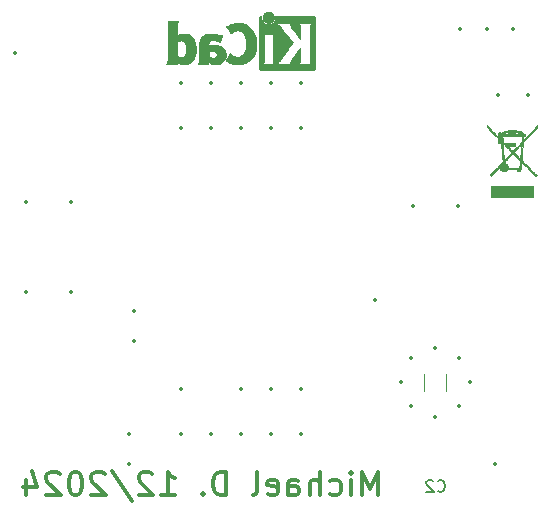
<source format=gbo>
%TF.GenerationSoftware,KiCad,Pcbnew,8.0.6*%
%TF.CreationDate,2025-01-21T00:38:54+01:00*%
%TF.ProjectId,3458A Ref A9 Clone,33343538-4120-4526-9566-20413920436c,B*%
%TF.SameCoordinates,Original*%
%TF.FileFunction,Legend,Bot*%
%TF.FilePolarity,Positive*%
%FSLAX46Y46*%
G04 Gerber Fmt 4.6, Leading zero omitted, Abs format (unit mm)*
G04 Created by KiCad (PCBNEW 8.0.6) date 2025-01-21 00:38:54*
%MOMM*%
%LPD*%
G01*
G04 APERTURE LIST*
%ADD10C,0.300000*%
%ADD11C,0.150000*%
%ADD12C,0.010000*%
%ADD13C,0.120000*%
%ADD14C,0.350000*%
G04 APERTURE END LIST*
D10*
X164807441Y-134105638D02*
X164807441Y-132105638D01*
X164807441Y-132105638D02*
X164140774Y-133534209D01*
X164140774Y-133534209D02*
X163474108Y-132105638D01*
X163474108Y-132105638D02*
X163474108Y-134105638D01*
X162521727Y-134105638D02*
X162521727Y-132772304D01*
X162521727Y-132105638D02*
X162616965Y-132200876D01*
X162616965Y-132200876D02*
X162521727Y-132296114D01*
X162521727Y-132296114D02*
X162426489Y-132200876D01*
X162426489Y-132200876D02*
X162521727Y-132105638D01*
X162521727Y-132105638D02*
X162521727Y-132296114D01*
X160712203Y-134010400D02*
X160902679Y-134105638D01*
X160902679Y-134105638D02*
X161283632Y-134105638D01*
X161283632Y-134105638D02*
X161474108Y-134010400D01*
X161474108Y-134010400D02*
X161569346Y-133915161D01*
X161569346Y-133915161D02*
X161664584Y-133724685D01*
X161664584Y-133724685D02*
X161664584Y-133153257D01*
X161664584Y-133153257D02*
X161569346Y-132962780D01*
X161569346Y-132962780D02*
X161474108Y-132867542D01*
X161474108Y-132867542D02*
X161283632Y-132772304D01*
X161283632Y-132772304D02*
X160902679Y-132772304D01*
X160902679Y-132772304D02*
X160712203Y-132867542D01*
X159855060Y-134105638D02*
X159855060Y-132105638D01*
X158997917Y-134105638D02*
X158997917Y-133058019D01*
X158997917Y-133058019D02*
X159093155Y-132867542D01*
X159093155Y-132867542D02*
X159283631Y-132772304D01*
X159283631Y-132772304D02*
X159569346Y-132772304D01*
X159569346Y-132772304D02*
X159759822Y-132867542D01*
X159759822Y-132867542D02*
X159855060Y-132962780D01*
X157188393Y-134105638D02*
X157188393Y-133058019D01*
X157188393Y-133058019D02*
X157283631Y-132867542D01*
X157283631Y-132867542D02*
X157474107Y-132772304D01*
X157474107Y-132772304D02*
X157855060Y-132772304D01*
X157855060Y-132772304D02*
X158045536Y-132867542D01*
X157188393Y-134010400D02*
X157378869Y-134105638D01*
X157378869Y-134105638D02*
X157855060Y-134105638D01*
X157855060Y-134105638D02*
X158045536Y-134010400D01*
X158045536Y-134010400D02*
X158140774Y-133819923D01*
X158140774Y-133819923D02*
X158140774Y-133629447D01*
X158140774Y-133629447D02*
X158045536Y-133438971D01*
X158045536Y-133438971D02*
X157855060Y-133343733D01*
X157855060Y-133343733D02*
X157378869Y-133343733D01*
X157378869Y-133343733D02*
X157188393Y-133248495D01*
X155474107Y-134010400D02*
X155664583Y-134105638D01*
X155664583Y-134105638D02*
X156045536Y-134105638D01*
X156045536Y-134105638D02*
X156236012Y-134010400D01*
X156236012Y-134010400D02*
X156331250Y-133819923D01*
X156331250Y-133819923D02*
X156331250Y-133058019D01*
X156331250Y-133058019D02*
X156236012Y-132867542D01*
X156236012Y-132867542D02*
X156045536Y-132772304D01*
X156045536Y-132772304D02*
X155664583Y-132772304D01*
X155664583Y-132772304D02*
X155474107Y-132867542D01*
X155474107Y-132867542D02*
X155378869Y-133058019D01*
X155378869Y-133058019D02*
X155378869Y-133248495D01*
X155378869Y-133248495D02*
X156331250Y-133438971D01*
X154236012Y-134105638D02*
X154426488Y-134010400D01*
X154426488Y-134010400D02*
X154521726Y-133819923D01*
X154521726Y-133819923D02*
X154521726Y-132105638D01*
X151950297Y-134105638D02*
X151950297Y-132105638D01*
X151950297Y-132105638D02*
X151474107Y-132105638D01*
X151474107Y-132105638D02*
X151188392Y-132200876D01*
X151188392Y-132200876D02*
X150997916Y-132391352D01*
X150997916Y-132391352D02*
X150902678Y-132581828D01*
X150902678Y-132581828D02*
X150807440Y-132962780D01*
X150807440Y-132962780D02*
X150807440Y-133248495D01*
X150807440Y-133248495D02*
X150902678Y-133629447D01*
X150902678Y-133629447D02*
X150997916Y-133819923D01*
X150997916Y-133819923D02*
X151188392Y-134010400D01*
X151188392Y-134010400D02*
X151474107Y-134105638D01*
X151474107Y-134105638D02*
X151950297Y-134105638D01*
X149950297Y-133915161D02*
X149855059Y-134010400D01*
X149855059Y-134010400D02*
X149950297Y-134105638D01*
X149950297Y-134105638D02*
X150045535Y-134010400D01*
X150045535Y-134010400D02*
X149950297Y-133915161D01*
X149950297Y-133915161D02*
X149950297Y-134105638D01*
X146426487Y-134105638D02*
X147569344Y-134105638D01*
X146997916Y-134105638D02*
X146997916Y-132105638D01*
X146997916Y-132105638D02*
X147188392Y-132391352D01*
X147188392Y-132391352D02*
X147378868Y-132581828D01*
X147378868Y-132581828D02*
X147569344Y-132677066D01*
X145664582Y-132296114D02*
X145569344Y-132200876D01*
X145569344Y-132200876D02*
X145378868Y-132105638D01*
X145378868Y-132105638D02*
X144902677Y-132105638D01*
X144902677Y-132105638D02*
X144712201Y-132200876D01*
X144712201Y-132200876D02*
X144616963Y-132296114D01*
X144616963Y-132296114D02*
X144521725Y-132486590D01*
X144521725Y-132486590D02*
X144521725Y-132677066D01*
X144521725Y-132677066D02*
X144616963Y-132962780D01*
X144616963Y-132962780D02*
X145759820Y-134105638D01*
X145759820Y-134105638D02*
X144521725Y-134105638D01*
X142236011Y-132010400D02*
X143950296Y-134581828D01*
X141664582Y-132296114D02*
X141569344Y-132200876D01*
X141569344Y-132200876D02*
X141378868Y-132105638D01*
X141378868Y-132105638D02*
X140902677Y-132105638D01*
X140902677Y-132105638D02*
X140712201Y-132200876D01*
X140712201Y-132200876D02*
X140616963Y-132296114D01*
X140616963Y-132296114D02*
X140521725Y-132486590D01*
X140521725Y-132486590D02*
X140521725Y-132677066D01*
X140521725Y-132677066D02*
X140616963Y-132962780D01*
X140616963Y-132962780D02*
X141759820Y-134105638D01*
X141759820Y-134105638D02*
X140521725Y-134105638D01*
X139283630Y-132105638D02*
X139093153Y-132105638D01*
X139093153Y-132105638D02*
X138902677Y-132200876D01*
X138902677Y-132200876D02*
X138807439Y-132296114D01*
X138807439Y-132296114D02*
X138712201Y-132486590D01*
X138712201Y-132486590D02*
X138616963Y-132867542D01*
X138616963Y-132867542D02*
X138616963Y-133343733D01*
X138616963Y-133343733D02*
X138712201Y-133724685D01*
X138712201Y-133724685D02*
X138807439Y-133915161D01*
X138807439Y-133915161D02*
X138902677Y-134010400D01*
X138902677Y-134010400D02*
X139093153Y-134105638D01*
X139093153Y-134105638D02*
X139283630Y-134105638D01*
X139283630Y-134105638D02*
X139474106Y-134010400D01*
X139474106Y-134010400D02*
X139569344Y-133915161D01*
X139569344Y-133915161D02*
X139664582Y-133724685D01*
X139664582Y-133724685D02*
X139759820Y-133343733D01*
X139759820Y-133343733D02*
X139759820Y-132867542D01*
X139759820Y-132867542D02*
X139664582Y-132486590D01*
X139664582Y-132486590D02*
X139569344Y-132296114D01*
X139569344Y-132296114D02*
X139474106Y-132200876D01*
X139474106Y-132200876D02*
X139283630Y-132105638D01*
X137855058Y-132296114D02*
X137759820Y-132200876D01*
X137759820Y-132200876D02*
X137569344Y-132105638D01*
X137569344Y-132105638D02*
X137093153Y-132105638D01*
X137093153Y-132105638D02*
X136902677Y-132200876D01*
X136902677Y-132200876D02*
X136807439Y-132296114D01*
X136807439Y-132296114D02*
X136712201Y-132486590D01*
X136712201Y-132486590D02*
X136712201Y-132677066D01*
X136712201Y-132677066D02*
X136807439Y-132962780D01*
X136807439Y-132962780D02*
X137950296Y-134105638D01*
X137950296Y-134105638D02*
X136712201Y-134105638D01*
X134997915Y-132772304D02*
X134997915Y-134105638D01*
X135474106Y-132010400D02*
X135950296Y-133438971D01*
X135950296Y-133438971D02*
X134712201Y-133438971D01*
D11*
X169838666Y-133709580D02*
X169886285Y-133757200D01*
X169886285Y-133757200D02*
X170029142Y-133804819D01*
X170029142Y-133804819D02*
X170124380Y-133804819D01*
X170124380Y-133804819D02*
X170267237Y-133757200D01*
X170267237Y-133757200D02*
X170362475Y-133661961D01*
X170362475Y-133661961D02*
X170410094Y-133566723D01*
X170410094Y-133566723D02*
X170457713Y-133376247D01*
X170457713Y-133376247D02*
X170457713Y-133233390D01*
X170457713Y-133233390D02*
X170410094Y-133042914D01*
X170410094Y-133042914D02*
X170362475Y-132947676D01*
X170362475Y-132947676D02*
X170267237Y-132852438D01*
X170267237Y-132852438D02*
X170124380Y-132804819D01*
X170124380Y-132804819D02*
X170029142Y-132804819D01*
X170029142Y-132804819D02*
X169886285Y-132852438D01*
X169886285Y-132852438D02*
X169838666Y-132900057D01*
X169457713Y-132900057D02*
X169410094Y-132852438D01*
X169410094Y-132852438D02*
X169314856Y-132804819D01*
X169314856Y-132804819D02*
X169076761Y-132804819D01*
X169076761Y-132804819D02*
X168981523Y-132852438D01*
X168981523Y-132852438D02*
X168933904Y-132900057D01*
X168933904Y-132900057D02*
X168886285Y-132995295D01*
X168886285Y-132995295D02*
X168886285Y-133090533D01*
X168886285Y-133090533D02*
X168933904Y-133233390D01*
X168933904Y-133233390D02*
X169505332Y-133804819D01*
X169505332Y-133804819D02*
X168886285Y-133804819D01*
D12*
%TO.C,REF\u002A\u002A*%
X155622260Y-93181788D02*
X155705011Y-93208991D01*
X155780104Y-93254422D01*
X155851996Y-93320240D01*
X155890544Y-93364505D01*
X155929954Y-93422899D01*
X155955144Y-93483524D01*
X155968559Y-93552803D01*
X155972646Y-93637160D01*
X155972367Y-93683245D01*
X155970158Y-93724388D01*
X155964592Y-93756520D01*
X155954284Y-93787060D01*
X155937846Y-93823427D01*
X155923898Y-93850666D01*
X155865363Y-93936367D01*
X155793317Y-94005555D01*
X155709645Y-94056679D01*
X155616229Y-94088188D01*
X155583132Y-94095163D01*
X155542658Y-94102032D01*
X155509697Y-94103857D01*
X155475396Y-94100885D01*
X155430898Y-94093364D01*
X155379632Y-94080940D01*
X155289132Y-94043050D01*
X155210043Y-93988774D01*
X155144226Y-93920708D01*
X155093538Y-93841449D01*
X155059838Y-93753592D01*
X155044984Y-93659733D01*
X155050834Y-93562468D01*
X155077097Y-93466158D01*
X155122116Y-93377432D01*
X155183071Y-93302357D01*
X155257882Y-93242579D01*
X155344466Y-93199747D01*
X155440741Y-93175509D01*
X155544626Y-93171514D01*
X155622260Y-93181788D01*
G36*
X155622260Y-93181788D02*
G01*
X155705011Y-93208991D01*
X155780104Y-93254422D01*
X155851996Y-93320240D01*
X155890544Y-93364505D01*
X155929954Y-93422899D01*
X155955144Y-93483524D01*
X155968559Y-93552803D01*
X155972646Y-93637160D01*
X155972367Y-93683245D01*
X155970158Y-93724388D01*
X155964592Y-93756520D01*
X155954284Y-93787060D01*
X155937846Y-93823427D01*
X155923898Y-93850666D01*
X155865363Y-93936367D01*
X155793317Y-94005555D01*
X155709645Y-94056679D01*
X155616229Y-94088188D01*
X155583132Y-94095163D01*
X155542658Y-94102032D01*
X155509697Y-94103857D01*
X155475396Y-94100885D01*
X155430898Y-94093364D01*
X155379632Y-94080940D01*
X155289132Y-94043050D01*
X155210043Y-93988774D01*
X155144226Y-93920708D01*
X155093538Y-93841449D01*
X155059838Y-93753592D01*
X155044984Y-93659733D01*
X155050834Y-93562468D01*
X155077097Y-93466158D01*
X155122116Y-93377432D01*
X155183071Y-93302357D01*
X155257882Y-93242579D01*
X155344466Y-93199747D01*
X155440741Y-93175509D01*
X155544626Y-93171514D01*
X155622260Y-93181788D01*
G37*
X153156409Y-94110971D02*
X153251966Y-94128461D01*
X153416256Y-94173502D01*
X153570287Y-94236594D01*
X153716207Y-94318853D01*
X153856164Y-94421395D01*
X153992306Y-94545337D01*
X154036171Y-94590599D01*
X154148456Y-94722803D01*
X154241670Y-94860770D01*
X154318417Y-95008688D01*
X154381301Y-95170741D01*
X154385118Y-95182329D01*
X154435205Y-95368330D01*
X154468597Y-95564459D01*
X154485282Y-95766506D01*
X154485249Y-95970263D01*
X154468489Y-96171519D01*
X154434990Y-96366066D01*
X154384742Y-96549694D01*
X154340888Y-96666991D01*
X154263046Y-96829889D01*
X154169526Y-96983804D01*
X154062520Y-97125609D01*
X153944217Y-97252177D01*
X153816809Y-97360379D01*
X153739304Y-97413058D01*
X153612423Y-97482688D01*
X153474941Y-97541406D01*
X153333414Y-97586525D01*
X153194400Y-97615360D01*
X153180295Y-97617044D01*
X153136851Y-97620372D01*
X153079421Y-97623213D01*
X153013820Y-97625311D01*
X152945865Y-97626406D01*
X152819076Y-97624078D01*
X152671371Y-97611074D01*
X152533477Y-97586071D01*
X152399712Y-97548256D01*
X152376260Y-97539827D01*
X152328310Y-97520346D01*
X152271838Y-97495411D01*
X152210077Y-97466660D01*
X152146261Y-97435728D01*
X152083624Y-97404253D01*
X152025401Y-97373872D01*
X151974825Y-97346221D01*
X151935131Y-97322937D01*
X151909552Y-97305656D01*
X151901323Y-97296017D01*
X151902774Y-97292922D01*
X151913948Y-97273017D01*
X151934832Y-97237358D01*
X151963963Y-97188397D01*
X151999879Y-97128584D01*
X152041118Y-97060371D01*
X152086215Y-96986209D01*
X152267483Y-96688946D01*
X152314013Y-96733477D01*
X152405421Y-96811803D01*
X152519032Y-96886377D01*
X152636820Y-96940412D01*
X152757257Y-96973228D01*
X152878815Y-96984149D01*
X152920283Y-96982806D01*
X153037778Y-96964550D01*
X153147787Y-96925555D01*
X153249128Y-96866608D01*
X153340619Y-96788495D01*
X153421078Y-96692002D01*
X153489325Y-96577916D01*
X153505606Y-96543662D01*
X153551680Y-96420178D01*
X153586804Y-96281856D01*
X153610895Y-96132499D01*
X153623871Y-95975911D01*
X153625647Y-95815894D01*
X153616141Y-95656252D01*
X153595270Y-95500788D01*
X153562950Y-95353304D01*
X153519097Y-95217605D01*
X153481680Y-95131014D01*
X153416883Y-95017626D01*
X153341470Y-94924008D01*
X153255116Y-94849897D01*
X153157493Y-94795032D01*
X153048275Y-94759150D01*
X152927137Y-94741989D01*
X152857736Y-94740818D01*
X152734866Y-94755079D01*
X152619362Y-94790179D01*
X152512651Y-94845620D01*
X152416162Y-94920902D01*
X152400418Y-94935378D01*
X152369848Y-94961900D01*
X152347507Y-94979076D01*
X152337389Y-94983725D01*
X152335404Y-94981535D01*
X152320939Y-94962659D01*
X152297098Y-94929335D01*
X152265727Y-94884318D01*
X152228672Y-94830363D01*
X152187781Y-94770223D01*
X152144900Y-94706656D01*
X152101876Y-94642414D01*
X152060555Y-94580253D01*
X152022784Y-94522929D01*
X151990410Y-94473195D01*
X151965280Y-94433806D01*
X151949240Y-94407518D01*
X151944137Y-94397085D01*
X151948748Y-94392879D01*
X151967965Y-94387871D01*
X151977536Y-94385324D01*
X152005507Y-94374187D01*
X152047146Y-94355740D01*
X152098693Y-94331663D01*
X152156388Y-94303637D01*
X152167655Y-94298092D01*
X152345385Y-94218827D01*
X152515188Y-94159323D01*
X152679128Y-94119183D01*
X152839269Y-94098009D01*
X152997675Y-94095404D01*
X153156409Y-94110971D01*
G36*
X153156409Y-94110971D02*
G01*
X153251966Y-94128461D01*
X153416256Y-94173502D01*
X153570287Y-94236594D01*
X153716207Y-94318853D01*
X153856164Y-94421395D01*
X153992306Y-94545337D01*
X154036171Y-94590599D01*
X154148456Y-94722803D01*
X154241670Y-94860770D01*
X154318417Y-95008688D01*
X154381301Y-95170741D01*
X154385118Y-95182329D01*
X154435205Y-95368330D01*
X154468597Y-95564459D01*
X154485282Y-95766506D01*
X154485249Y-95970263D01*
X154468489Y-96171519D01*
X154434990Y-96366066D01*
X154384742Y-96549694D01*
X154340888Y-96666991D01*
X154263046Y-96829889D01*
X154169526Y-96983804D01*
X154062520Y-97125609D01*
X153944217Y-97252177D01*
X153816809Y-97360379D01*
X153739304Y-97413058D01*
X153612423Y-97482688D01*
X153474941Y-97541406D01*
X153333414Y-97586525D01*
X153194400Y-97615360D01*
X153180295Y-97617044D01*
X153136851Y-97620372D01*
X153079421Y-97623213D01*
X153013820Y-97625311D01*
X152945865Y-97626406D01*
X152819076Y-97624078D01*
X152671371Y-97611074D01*
X152533477Y-97586071D01*
X152399712Y-97548256D01*
X152376260Y-97539827D01*
X152328310Y-97520346D01*
X152271838Y-97495411D01*
X152210077Y-97466660D01*
X152146261Y-97435728D01*
X152083624Y-97404253D01*
X152025401Y-97373872D01*
X151974825Y-97346221D01*
X151935131Y-97322937D01*
X151909552Y-97305656D01*
X151901323Y-97296017D01*
X151902774Y-97292922D01*
X151913948Y-97273017D01*
X151934832Y-97237358D01*
X151963963Y-97188397D01*
X151999879Y-97128584D01*
X152041118Y-97060371D01*
X152086215Y-96986209D01*
X152267483Y-96688946D01*
X152314013Y-96733477D01*
X152405421Y-96811803D01*
X152519032Y-96886377D01*
X152636820Y-96940412D01*
X152757257Y-96973228D01*
X152878815Y-96984149D01*
X152920283Y-96982806D01*
X153037778Y-96964550D01*
X153147787Y-96925555D01*
X153249128Y-96866608D01*
X153340619Y-96788495D01*
X153421078Y-96692002D01*
X153489325Y-96577916D01*
X153505606Y-96543662D01*
X153551680Y-96420178D01*
X153586804Y-96281856D01*
X153610895Y-96132499D01*
X153623871Y-95975911D01*
X153625647Y-95815894D01*
X153616141Y-95656252D01*
X153595270Y-95500788D01*
X153562950Y-95353304D01*
X153519097Y-95217605D01*
X153481680Y-95131014D01*
X153416883Y-95017626D01*
X153341470Y-94924008D01*
X153255116Y-94849897D01*
X153157493Y-94795032D01*
X153048275Y-94759150D01*
X152927137Y-94741989D01*
X152857736Y-94740818D01*
X152734866Y-94755079D01*
X152619362Y-94790179D01*
X152512651Y-94845620D01*
X152416162Y-94920902D01*
X152400418Y-94935378D01*
X152369848Y-94961900D01*
X152347507Y-94979076D01*
X152337389Y-94983725D01*
X152335404Y-94981535D01*
X152320939Y-94962659D01*
X152297098Y-94929335D01*
X152265727Y-94884318D01*
X152228672Y-94830363D01*
X152187781Y-94770223D01*
X152144900Y-94706656D01*
X152101876Y-94642414D01*
X152060555Y-94580253D01*
X152022784Y-94522929D01*
X151990410Y-94473195D01*
X151965280Y-94433806D01*
X151949240Y-94407518D01*
X151944137Y-94397085D01*
X151948748Y-94392879D01*
X151967965Y-94387871D01*
X151977536Y-94385324D01*
X152005507Y-94374187D01*
X152047146Y-94355740D01*
X152098693Y-94331663D01*
X152156388Y-94303637D01*
X152167655Y-94298092D01*
X152345385Y-94218827D01*
X152515188Y-94159323D01*
X152679128Y-94119183D01*
X152839269Y-94098009D01*
X152997675Y-94095404D01*
X153156409Y-94110971D01*
G37*
X149353692Y-96391649D02*
X149352966Y-96469096D01*
X149344387Y-96620532D01*
X149325531Y-96757221D01*
X149295535Y-96883214D01*
X149253534Y-97002563D01*
X149198667Y-97119319D01*
X149131865Y-97230117D01*
X149041061Y-97343677D01*
X148937406Y-97439149D01*
X148821585Y-97516011D01*
X148694284Y-97573735D01*
X148556187Y-97611796D01*
X148518491Y-97617604D01*
X148439450Y-97623334D01*
X148351327Y-97623521D01*
X148261934Y-97618477D01*
X148179082Y-97608516D01*
X148110585Y-97593950D01*
X148079733Y-97584302D01*
X148002428Y-97554061D01*
X147925377Y-97516555D01*
X147855898Y-97475552D01*
X147801313Y-97434817D01*
X147778614Y-97415443D01*
X147755899Y-97397600D01*
X147744477Y-97390716D01*
X147743235Y-97392362D01*
X147740426Y-97410143D01*
X147738474Y-97443308D01*
X147737743Y-97486671D01*
X147737743Y-97582627D01*
X146879594Y-97582627D01*
X146913859Y-97521912D01*
X146919053Y-97512806D01*
X146927413Y-97498187D01*
X146934986Y-97484111D01*
X146941810Y-97469478D01*
X146947925Y-97453187D01*
X146953371Y-97434136D01*
X146958185Y-97411224D01*
X146962406Y-97383351D01*
X146966075Y-97349416D01*
X146969229Y-97308317D01*
X146971909Y-97258953D01*
X146974152Y-97200224D01*
X146975997Y-97131028D01*
X146977485Y-97050264D01*
X146978653Y-96956832D01*
X146979542Y-96849630D01*
X146980189Y-96727558D01*
X146980634Y-96589514D01*
X146980916Y-96434397D01*
X146981073Y-96261106D01*
X146981146Y-96068541D01*
X146981172Y-95855600D01*
X146981183Y-95719468D01*
X147782898Y-95719468D01*
X147782898Y-96869659D01*
X147853454Y-96916027D01*
X147894115Y-96939729D01*
X147948244Y-96965577D01*
X147997387Y-96983767D01*
X148060863Y-96999489D01*
X148157029Y-97010479D01*
X148241598Y-97002303D01*
X148314917Y-96974743D01*
X148377335Y-96927580D01*
X148429200Y-96860596D01*
X148470858Y-96773571D01*
X148502660Y-96666288D01*
X148505243Y-96653947D01*
X148513698Y-96592710D01*
X148519361Y-96515630D01*
X148522274Y-96427940D01*
X148522481Y-96334872D01*
X148520028Y-96241658D01*
X148514959Y-96153532D01*
X148507317Y-96075726D01*
X148497146Y-96013471D01*
X148495865Y-96007604D01*
X148466824Y-95897059D01*
X148432308Y-95806513D01*
X148391154Y-95733891D01*
X148342197Y-95677119D01*
X148284272Y-95634122D01*
X148252318Y-95618553D01*
X148179482Y-95599660D01*
X148098141Y-95596403D01*
X148013017Y-95608327D01*
X147928831Y-95634978D01*
X147850306Y-95675900D01*
X147782898Y-95719468D01*
X146981183Y-95719468D01*
X146981191Y-95621183D01*
X146981387Y-93936316D01*
X147886715Y-93936316D01*
X147862283Y-93973005D01*
X147856016Y-93982585D01*
X147829906Y-94028919D01*
X147812167Y-94076040D01*
X147800606Y-94131189D01*
X147793029Y-94201605D01*
X147792537Y-94208588D01*
X147790760Y-94246579D01*
X147789142Y-94300514D01*
X147787697Y-94367641D01*
X147786438Y-94445209D01*
X147785378Y-94530466D01*
X147784527Y-94620662D01*
X147783901Y-94713045D01*
X147783510Y-94804863D01*
X147783368Y-94893365D01*
X147783488Y-94975800D01*
X147783881Y-95049417D01*
X147784560Y-95111464D01*
X147785539Y-95159189D01*
X147786830Y-95189842D01*
X147788445Y-95200671D01*
X147796655Y-95196271D01*
X147818345Y-95181300D01*
X147847712Y-95159386D01*
X147896577Y-95125174D01*
X147984823Y-95078652D01*
X148083614Y-95044984D01*
X148196208Y-95023169D01*
X148325862Y-95012203D01*
X148418368Y-95011157D01*
X148539709Y-95020952D01*
X148649797Y-95045112D01*
X148753087Y-95084723D01*
X148854036Y-95140870D01*
X148899201Y-95171821D01*
X149004609Y-95263053D01*
X149096236Y-95372044D01*
X149174030Y-95498664D01*
X149237939Y-95642783D01*
X149287912Y-95804270D01*
X149323896Y-95982997D01*
X149345841Y-96178833D01*
X149351598Y-96334872D01*
X149353692Y-96391649D01*
G36*
X149353692Y-96391649D02*
G01*
X149352966Y-96469096D01*
X149344387Y-96620532D01*
X149325531Y-96757221D01*
X149295535Y-96883214D01*
X149253534Y-97002563D01*
X149198667Y-97119319D01*
X149131865Y-97230117D01*
X149041061Y-97343677D01*
X148937406Y-97439149D01*
X148821585Y-97516011D01*
X148694284Y-97573735D01*
X148556187Y-97611796D01*
X148518491Y-97617604D01*
X148439450Y-97623334D01*
X148351327Y-97623521D01*
X148261934Y-97618477D01*
X148179082Y-97608516D01*
X148110585Y-97593950D01*
X148079733Y-97584302D01*
X148002428Y-97554061D01*
X147925377Y-97516555D01*
X147855898Y-97475552D01*
X147801313Y-97434817D01*
X147778614Y-97415443D01*
X147755899Y-97397600D01*
X147744477Y-97390716D01*
X147743235Y-97392362D01*
X147740426Y-97410143D01*
X147738474Y-97443308D01*
X147737743Y-97486671D01*
X147737743Y-97582627D01*
X146879594Y-97582627D01*
X146913859Y-97521912D01*
X146919053Y-97512806D01*
X146927413Y-97498187D01*
X146934986Y-97484111D01*
X146941810Y-97469478D01*
X146947925Y-97453187D01*
X146953371Y-97434136D01*
X146958185Y-97411224D01*
X146962406Y-97383351D01*
X146966075Y-97349416D01*
X146969229Y-97308317D01*
X146971909Y-97258953D01*
X146974152Y-97200224D01*
X146975997Y-97131028D01*
X146977485Y-97050264D01*
X146978653Y-96956832D01*
X146979542Y-96849630D01*
X146980189Y-96727558D01*
X146980634Y-96589514D01*
X146980916Y-96434397D01*
X146981073Y-96261106D01*
X146981146Y-96068541D01*
X146981172Y-95855600D01*
X146981183Y-95719468D01*
X147782898Y-95719468D01*
X147782898Y-96869659D01*
X147853454Y-96916027D01*
X147894115Y-96939729D01*
X147948244Y-96965577D01*
X147997387Y-96983767D01*
X148060863Y-96999489D01*
X148157029Y-97010479D01*
X148241598Y-97002303D01*
X148314917Y-96974743D01*
X148377335Y-96927580D01*
X148429200Y-96860596D01*
X148470858Y-96773571D01*
X148502660Y-96666288D01*
X148505243Y-96653947D01*
X148513698Y-96592710D01*
X148519361Y-96515630D01*
X148522274Y-96427940D01*
X148522481Y-96334872D01*
X148520028Y-96241658D01*
X148514959Y-96153532D01*
X148507317Y-96075726D01*
X148497146Y-96013471D01*
X148495865Y-96007604D01*
X148466824Y-95897059D01*
X148432308Y-95806513D01*
X148391154Y-95733891D01*
X148342197Y-95677119D01*
X148284272Y-95634122D01*
X148252318Y-95618553D01*
X148179482Y-95599660D01*
X148098141Y-95596403D01*
X148013017Y-95608327D01*
X147928831Y-95634978D01*
X147850306Y-95675900D01*
X147782898Y-95719468D01*
X146981183Y-95719468D01*
X146981191Y-95621183D01*
X146981387Y-93936316D01*
X147886715Y-93936316D01*
X147862283Y-93973005D01*
X147856016Y-93982585D01*
X147829906Y-94028919D01*
X147812167Y-94076040D01*
X147800606Y-94131189D01*
X147793029Y-94201605D01*
X147792537Y-94208588D01*
X147790760Y-94246579D01*
X147789142Y-94300514D01*
X147787697Y-94367641D01*
X147786438Y-94445209D01*
X147785378Y-94530466D01*
X147784527Y-94620662D01*
X147783901Y-94713045D01*
X147783510Y-94804863D01*
X147783368Y-94893365D01*
X147783488Y-94975800D01*
X147783881Y-95049417D01*
X147784560Y-95111464D01*
X147785539Y-95159189D01*
X147786830Y-95189842D01*
X147788445Y-95200671D01*
X147796655Y-95196271D01*
X147818345Y-95181300D01*
X147847712Y-95159386D01*
X147896577Y-95125174D01*
X147984823Y-95078652D01*
X148083614Y-95044984D01*
X148196208Y-95023169D01*
X148325862Y-95012203D01*
X148418368Y-95011157D01*
X148539709Y-95020952D01*
X148649797Y-95045112D01*
X148753087Y-95084723D01*
X148854036Y-95140870D01*
X148899201Y-95171821D01*
X149004609Y-95263053D01*
X149096236Y-95372044D01*
X149174030Y-95498664D01*
X149237939Y-95642783D01*
X149287912Y-95804270D01*
X149323896Y-95982997D01*
X149345841Y-96178833D01*
X149351598Y-96334872D01*
X149353692Y-96391649D01*
G37*
X151895453Y-96792405D02*
X151894959Y-96826301D01*
X151891330Y-96901140D01*
X151883720Y-96963339D01*
X151871386Y-97019922D01*
X151827011Y-97146014D01*
X151764098Y-97260617D01*
X151683936Y-97361506D01*
X151587438Y-97447862D01*
X151475520Y-97518870D01*
X151349095Y-97573714D01*
X151209076Y-97611576D01*
X151172847Y-97617289D01*
X151093853Y-97623251D01*
X151005539Y-97623584D01*
X150915773Y-97618597D01*
X150832420Y-97608604D01*
X150763349Y-97593916D01*
X150676885Y-97563687D01*
X150566984Y-97508995D01*
X150469654Y-97441481D01*
X150407565Y-97390494D01*
X150404303Y-97486560D01*
X150401041Y-97582627D01*
X149978148Y-97582627D01*
X149967241Y-97582624D01*
X149872754Y-97582318D01*
X149786029Y-97581554D01*
X149709535Y-97580389D01*
X149645741Y-97578880D01*
X149597116Y-97577085D01*
X149566131Y-97575059D01*
X149555254Y-97572860D01*
X149555276Y-97572401D01*
X149562312Y-97556848D01*
X149578132Y-97534009D01*
X149582432Y-97528576D01*
X149593475Y-97514544D01*
X149603009Y-97501124D01*
X149611159Y-97486660D01*
X149618050Y-97469494D01*
X149623809Y-97447972D01*
X149628560Y-97420436D01*
X149632429Y-97385230D01*
X149635542Y-97340698D01*
X149638023Y-97285184D01*
X149639998Y-97217031D01*
X149641592Y-97134583D01*
X149642932Y-97036184D01*
X149644142Y-96920177D01*
X149645347Y-96784906D01*
X149646293Y-96673524D01*
X150447076Y-96673524D01*
X150447076Y-96869400D01*
X150491746Y-96925911D01*
X150504483Y-96941150D01*
X150551302Y-96983782D01*
X150611953Y-97019610D01*
X150622595Y-97024788D01*
X150661374Y-97041683D01*
X150696390Y-97051847D01*
X150736420Y-97057263D01*
X150790239Y-97059916D01*
X150808346Y-97060321D01*
X150883709Y-97057478D01*
X150944441Y-97045558D01*
X150996150Y-97022975D01*
X151044444Y-96988149D01*
X151049501Y-96983736D01*
X151097970Y-96928098D01*
X151126157Y-96864271D01*
X151135450Y-96789220D01*
X151128218Y-96717631D01*
X151103494Y-96654583D01*
X151058947Y-96596696D01*
X151004017Y-96549746D01*
X150931592Y-96509899D01*
X150845038Y-96482201D01*
X150742368Y-96466034D01*
X150621592Y-96460780D01*
X150612705Y-96460795D01*
X150557358Y-96461593D01*
X150510434Y-96463426D01*
X150476651Y-96466049D01*
X150460726Y-96469212D01*
X150456641Y-96475679D01*
X150452270Y-96497813D01*
X150449302Y-96536926D01*
X150447612Y-96594877D01*
X150447076Y-96673524D01*
X149646293Y-96673524D01*
X149646673Y-96628716D01*
X149647926Y-96485950D01*
X149649349Y-96340880D01*
X149650874Y-96214965D01*
X149652631Y-96106374D01*
X149654749Y-96013272D01*
X149657358Y-95933829D01*
X149660588Y-95866211D01*
X149664567Y-95808587D01*
X149669426Y-95759123D01*
X149675295Y-95715988D01*
X149682302Y-95677348D01*
X149690578Y-95641372D01*
X149700252Y-95606227D01*
X149711454Y-95570080D01*
X149724314Y-95531099D01*
X149739788Y-95488029D01*
X149782692Y-95395809D01*
X149836433Y-95316037D01*
X149905274Y-95241903D01*
X149982883Y-95178343D01*
X150087459Y-95116663D01*
X150206942Y-95069140D01*
X150342206Y-95035505D01*
X150494124Y-95015490D01*
X150663570Y-95008827D01*
X150721588Y-95009225D01*
X150787096Y-95011273D01*
X150848391Y-95015642D01*
X150909795Y-95022973D01*
X150975630Y-95033907D01*
X151050218Y-95049085D01*
X151137882Y-95069147D01*
X151242943Y-95094735D01*
X151271504Y-95101758D01*
X151346752Y-95119714D01*
X151417086Y-95135758D01*
X151478265Y-95148966D01*
X151526052Y-95158412D01*
X151556209Y-95163169D01*
X151584481Y-95166848D01*
X151610758Y-95172125D01*
X151620757Y-95176880D01*
X151617650Y-95185719D01*
X151606892Y-95213010D01*
X151589562Y-95255844D01*
X151566824Y-95311363D01*
X151539845Y-95376710D01*
X151509788Y-95449027D01*
X151503191Y-95464817D01*
X151464605Y-95555422D01*
X151433466Y-95625155D01*
X151409615Y-95674343D01*
X151392896Y-95703312D01*
X151383152Y-95712390D01*
X151375464Y-95710343D01*
X151349113Y-95700698D01*
X151310680Y-95685128D01*
X151265520Y-95665753D01*
X151170991Y-95627752D01*
X151034178Y-95586718D01*
X150892987Y-95561550D01*
X150855012Y-95557549D01*
X150751757Y-95555385D01*
X150664650Y-95568560D01*
X150592827Y-95597694D01*
X150535429Y-95643404D01*
X150491594Y-95706310D01*
X150460460Y-95787030D01*
X150441168Y-95886183D01*
X150433748Y-95945162D01*
X150595634Y-95938383D01*
X150722193Y-95936751D01*
X150873649Y-95943132D01*
X151022094Y-95957715D01*
X151158276Y-95979820D01*
X151222943Y-95994759D01*
X151355188Y-96037679D01*
X151477460Y-96094278D01*
X151587383Y-96162955D01*
X151682581Y-96242108D01*
X151760678Y-96330134D01*
X151819297Y-96425431D01*
X151843293Y-96477802D01*
X151868930Y-96548528D01*
X151885176Y-96619750D01*
X151893520Y-96698650D01*
X151895388Y-96789220D01*
X151895453Y-96792405D01*
G36*
X151895453Y-96792405D02*
G01*
X151894959Y-96826301D01*
X151891330Y-96901140D01*
X151883720Y-96963339D01*
X151871386Y-97019922D01*
X151827011Y-97146014D01*
X151764098Y-97260617D01*
X151683936Y-97361506D01*
X151587438Y-97447862D01*
X151475520Y-97518870D01*
X151349095Y-97573714D01*
X151209076Y-97611576D01*
X151172847Y-97617289D01*
X151093853Y-97623251D01*
X151005539Y-97623584D01*
X150915773Y-97618597D01*
X150832420Y-97608604D01*
X150763349Y-97593916D01*
X150676885Y-97563687D01*
X150566984Y-97508995D01*
X150469654Y-97441481D01*
X150407565Y-97390494D01*
X150404303Y-97486560D01*
X150401041Y-97582627D01*
X149978148Y-97582627D01*
X149967241Y-97582624D01*
X149872754Y-97582318D01*
X149786029Y-97581554D01*
X149709535Y-97580389D01*
X149645741Y-97578880D01*
X149597116Y-97577085D01*
X149566131Y-97575059D01*
X149555254Y-97572860D01*
X149555276Y-97572401D01*
X149562312Y-97556848D01*
X149578132Y-97534009D01*
X149582432Y-97528576D01*
X149593475Y-97514544D01*
X149603009Y-97501124D01*
X149611159Y-97486660D01*
X149618050Y-97469494D01*
X149623809Y-97447972D01*
X149628560Y-97420436D01*
X149632429Y-97385230D01*
X149635542Y-97340698D01*
X149638023Y-97285184D01*
X149639998Y-97217031D01*
X149641592Y-97134583D01*
X149642932Y-97036184D01*
X149644142Y-96920177D01*
X149645347Y-96784906D01*
X149646293Y-96673524D01*
X150447076Y-96673524D01*
X150447076Y-96869400D01*
X150491746Y-96925911D01*
X150504483Y-96941150D01*
X150551302Y-96983782D01*
X150611953Y-97019610D01*
X150622595Y-97024788D01*
X150661374Y-97041683D01*
X150696390Y-97051847D01*
X150736420Y-97057263D01*
X150790239Y-97059916D01*
X150808346Y-97060321D01*
X150883709Y-97057478D01*
X150944441Y-97045558D01*
X150996150Y-97022975D01*
X151044444Y-96988149D01*
X151049501Y-96983736D01*
X151097970Y-96928098D01*
X151126157Y-96864271D01*
X151135450Y-96789220D01*
X151128218Y-96717631D01*
X151103494Y-96654583D01*
X151058947Y-96596696D01*
X151004017Y-96549746D01*
X150931592Y-96509899D01*
X150845038Y-96482201D01*
X150742368Y-96466034D01*
X150621592Y-96460780D01*
X150612705Y-96460795D01*
X150557358Y-96461593D01*
X150510434Y-96463426D01*
X150476651Y-96466049D01*
X150460726Y-96469212D01*
X150456641Y-96475679D01*
X150452270Y-96497813D01*
X150449302Y-96536926D01*
X150447612Y-96594877D01*
X150447076Y-96673524D01*
X149646293Y-96673524D01*
X149646673Y-96628716D01*
X149647926Y-96485950D01*
X149649349Y-96340880D01*
X149650874Y-96214965D01*
X149652631Y-96106374D01*
X149654749Y-96013272D01*
X149657358Y-95933829D01*
X149660588Y-95866211D01*
X149664567Y-95808587D01*
X149669426Y-95759123D01*
X149675295Y-95715988D01*
X149682302Y-95677348D01*
X149690578Y-95641372D01*
X149700252Y-95606227D01*
X149711454Y-95570080D01*
X149724314Y-95531099D01*
X149739788Y-95488029D01*
X149782692Y-95395809D01*
X149836433Y-95316037D01*
X149905274Y-95241903D01*
X149982883Y-95178343D01*
X150087459Y-95116663D01*
X150206942Y-95069140D01*
X150342206Y-95035505D01*
X150494124Y-95015490D01*
X150663570Y-95008827D01*
X150721588Y-95009225D01*
X150787096Y-95011273D01*
X150848391Y-95015642D01*
X150909795Y-95022973D01*
X150975630Y-95033907D01*
X151050218Y-95049085D01*
X151137882Y-95069147D01*
X151242943Y-95094735D01*
X151271504Y-95101758D01*
X151346752Y-95119714D01*
X151417086Y-95135758D01*
X151478265Y-95148966D01*
X151526052Y-95158412D01*
X151556209Y-95163169D01*
X151584481Y-95166848D01*
X151610758Y-95172125D01*
X151620757Y-95176880D01*
X151617650Y-95185719D01*
X151606892Y-95213010D01*
X151589562Y-95255844D01*
X151566824Y-95311363D01*
X151539845Y-95376710D01*
X151509788Y-95449027D01*
X151503191Y-95464817D01*
X151464605Y-95555422D01*
X151433466Y-95625155D01*
X151409615Y-95674343D01*
X151392896Y-95703312D01*
X151383152Y-95712390D01*
X151375464Y-95710343D01*
X151349113Y-95700698D01*
X151310680Y-95685128D01*
X151265520Y-95665753D01*
X151170991Y-95627752D01*
X151034178Y-95586718D01*
X150892987Y-95561550D01*
X150855012Y-95557549D01*
X150751757Y-95555385D01*
X150664650Y-95568560D01*
X150592827Y-95597694D01*
X150535429Y-95643404D01*
X150491594Y-95706310D01*
X150460460Y-95787030D01*
X150441168Y-95886183D01*
X150433748Y-95945162D01*
X150595634Y-95938383D01*
X150722193Y-95936751D01*
X150873649Y-95943132D01*
X151022094Y-95957715D01*
X151158276Y-95979820D01*
X151222943Y-95994759D01*
X151355188Y-96037679D01*
X151477460Y-96094278D01*
X151587383Y-96162955D01*
X151682581Y-96242108D01*
X151760678Y-96330134D01*
X151819297Y-96425431D01*
X151843293Y-96477802D01*
X151868930Y-96548528D01*
X151885176Y-96619750D01*
X151893520Y-96698650D01*
X151895388Y-96789220D01*
X151895453Y-96792405D01*
G37*
X159443312Y-94260730D02*
X159443757Y-94391949D01*
X159444060Y-94539154D01*
X159444246Y-94703287D01*
X159444340Y-94885290D01*
X159444369Y-95086103D01*
X159444359Y-95306670D01*
X159444334Y-95547930D01*
X159444320Y-95810827D01*
X159444320Y-95852978D01*
X159444344Y-96113606D01*
X159444383Y-96352734D01*
X159444406Y-96571298D01*
X159444385Y-96770233D01*
X159444291Y-96950473D01*
X159444093Y-97112953D01*
X159443761Y-97258608D01*
X159443267Y-97388372D01*
X159442581Y-97503181D01*
X159441674Y-97603968D01*
X159440515Y-97691668D01*
X159439076Y-97767217D01*
X159437327Y-97831549D01*
X159435238Y-97885599D01*
X159432781Y-97930301D01*
X159429925Y-97966590D01*
X159426641Y-97995401D01*
X159422900Y-98017669D01*
X159418672Y-98034328D01*
X159413927Y-98046313D01*
X159408637Y-98054559D01*
X159402771Y-98060000D01*
X159396300Y-98063572D01*
X159389195Y-98066208D01*
X159381426Y-98068844D01*
X159372964Y-98072415D01*
X159368606Y-98074083D01*
X159360093Y-98076049D01*
X159347392Y-98077849D01*
X159329583Y-98079493D01*
X159305747Y-98080985D01*
X159274964Y-98082335D01*
X159236315Y-98083549D01*
X159188880Y-98084635D01*
X159131741Y-98085599D01*
X159063977Y-98086449D01*
X158984669Y-98087191D01*
X158892897Y-98087835D01*
X158787742Y-98088385D01*
X158668285Y-98088851D01*
X158533606Y-98089238D01*
X158382786Y-98089554D01*
X158214904Y-98089807D01*
X158029043Y-98090004D01*
X157824281Y-98090151D01*
X157599700Y-98090256D01*
X157354380Y-98090327D01*
X157087402Y-98090370D01*
X157049019Y-98090375D01*
X156783620Y-98090418D01*
X156539748Y-98090463D01*
X156316481Y-98090486D01*
X156112894Y-98090462D01*
X155928065Y-98090368D01*
X155761071Y-98090181D01*
X155610988Y-98089877D01*
X155476894Y-98089432D01*
X155357864Y-98088823D01*
X155252977Y-98088027D01*
X155161308Y-98087018D01*
X155081935Y-98085775D01*
X155013935Y-98084273D01*
X154956384Y-98082489D01*
X154908360Y-98080399D01*
X154868938Y-98077980D01*
X154837197Y-98075208D01*
X154812212Y-98072059D01*
X154793062Y-98068510D01*
X154778821Y-98064536D01*
X154768569Y-98060116D01*
X154761380Y-98055224D01*
X154756333Y-98049838D01*
X154752503Y-98043934D01*
X154748969Y-98037487D01*
X154744806Y-98030475D01*
X154743723Y-98028625D01*
X154741511Y-98023118D01*
X154739484Y-98014806D01*
X154737636Y-98002747D01*
X154735959Y-97986001D01*
X154734443Y-97963625D01*
X154733081Y-97934678D01*
X154731865Y-97898218D01*
X154730787Y-97853305D01*
X154729838Y-97798995D01*
X154729010Y-97734348D01*
X154728295Y-97658422D01*
X154727685Y-97570276D01*
X154727640Y-97561431D01*
X155019076Y-97561431D01*
X155022958Y-97562703D01*
X155046218Y-97564729D01*
X155088572Y-97566564D01*
X155147830Y-97568165D01*
X155221805Y-97569487D01*
X155308308Y-97570486D01*
X155405150Y-97571118D01*
X155510143Y-97571338D01*
X156208349Y-97571338D01*
X157362788Y-97571338D01*
X157362154Y-97495138D01*
X157363272Y-97453098D01*
X157369002Y-97417272D01*
X157381588Y-97379710D01*
X157403266Y-97331515D01*
X157406487Y-97324835D01*
X157431886Y-97275297D01*
X157458694Y-97227307D01*
X157481615Y-97190404D01*
X157486183Y-97183772D01*
X157508214Y-97152531D01*
X157540391Y-97107592D01*
X157581155Y-97051085D01*
X157628943Y-96985142D01*
X157682196Y-96911895D01*
X157739353Y-96833474D01*
X157798853Y-96752010D01*
X157859135Y-96669636D01*
X157918638Y-96588482D01*
X157975803Y-96510680D01*
X158029068Y-96438361D01*
X158076872Y-96373656D01*
X158117655Y-96318697D01*
X158149856Y-96275614D01*
X158171914Y-96246540D01*
X158182269Y-96233605D01*
X158186742Y-96229289D01*
X158190934Y-96227250D01*
X158194341Y-96229864D01*
X158197023Y-96238924D01*
X158199039Y-96256223D01*
X158200446Y-96283552D01*
X158201303Y-96322703D01*
X158201668Y-96375471D01*
X158201601Y-96443645D01*
X158201158Y-96529020D01*
X158200400Y-96633387D01*
X158199383Y-96758538D01*
X158199006Y-96803238D01*
X158197867Y-96924333D01*
X158196670Y-97025626D01*
X158195334Y-97109200D01*
X158193775Y-97177142D01*
X158191913Y-97231537D01*
X158189664Y-97274470D01*
X158186946Y-97308027D01*
X158183677Y-97334293D01*
X158179776Y-97355354D01*
X158175159Y-97373295D01*
X158166890Y-97399708D01*
X158143281Y-97461710D01*
X158117383Y-97514511D01*
X158092233Y-97551583D01*
X158091037Y-97553013D01*
X158088866Y-97557362D01*
X158091026Y-97560964D01*
X158099342Y-97563889D01*
X158115638Y-97566207D01*
X158141739Y-97567989D01*
X158179469Y-97569305D01*
X158230654Y-97570224D01*
X158297118Y-97570816D01*
X158380685Y-97571153D01*
X158483181Y-97571303D01*
X158606430Y-97571338D01*
X159137994Y-97571338D01*
X159099221Y-97513721D01*
X159093130Y-97504831D01*
X159082674Y-97490007D01*
X159073277Y-97476360D01*
X159064881Y-97462703D01*
X159057431Y-97447849D01*
X159050871Y-97430608D01*
X159045144Y-97409793D01*
X159040193Y-97384218D01*
X159035964Y-97352693D01*
X159032399Y-97314031D01*
X159029442Y-97267045D01*
X159027038Y-97210546D01*
X159025129Y-97143347D01*
X159023660Y-97064260D01*
X159022574Y-96972098D01*
X159021816Y-96865672D01*
X159021328Y-96743795D01*
X159021056Y-96605279D01*
X159020941Y-96448937D01*
X159020929Y-96273580D01*
X159020963Y-96078020D01*
X159020987Y-95861071D01*
X159020978Y-95738451D01*
X159020941Y-95533385D01*
X159020925Y-95349054D01*
X159020986Y-95184272D01*
X159021182Y-95037854D01*
X159021568Y-94908612D01*
X159022203Y-94795360D01*
X159023142Y-94696913D01*
X159024443Y-94612082D01*
X159026162Y-94539682D01*
X159028357Y-94478527D01*
X159031083Y-94427430D01*
X159034399Y-94385205D01*
X159038360Y-94350665D01*
X159043023Y-94322624D01*
X159048445Y-94299896D01*
X159054684Y-94281294D01*
X159061795Y-94265631D01*
X159069836Y-94251722D01*
X159078864Y-94238379D01*
X159088934Y-94224417D01*
X159100105Y-94208649D01*
X159139895Y-94150805D01*
X158080012Y-94150805D01*
X158118009Y-94213904D01*
X158132691Y-94238943D01*
X158147229Y-94266524D01*
X158159325Y-94294638D01*
X158169230Y-94325489D01*
X158177192Y-94361282D01*
X158183459Y-94404221D01*
X158188280Y-94456512D01*
X158191904Y-94520357D01*
X158194579Y-94597963D01*
X158196555Y-94691532D01*
X158198080Y-94803271D01*
X158199402Y-94935383D01*
X158200311Y-95055372D01*
X158200718Y-95172001D01*
X158200465Y-95267469D01*
X158199555Y-95341494D01*
X158197991Y-95393793D01*
X158195777Y-95424087D01*
X158192918Y-95432094D01*
X158189859Y-95428796D01*
X158171704Y-95407346D01*
X158141973Y-95370827D01*
X158102337Y-95321380D01*
X158054469Y-95261145D01*
X158000041Y-95192265D01*
X157940725Y-95116881D01*
X157878193Y-95037134D01*
X157814119Y-94955166D01*
X157750173Y-94873118D01*
X157688029Y-94793132D01*
X157629359Y-94717349D01*
X157575835Y-94647911D01*
X157529128Y-94586959D01*
X157490912Y-94536634D01*
X157462859Y-94499078D01*
X157446641Y-94476433D01*
X157401333Y-94404150D01*
X157361359Y-94324401D01*
X157339828Y-94256126D01*
X157336525Y-94198782D01*
X157341814Y-94150805D01*
X156210054Y-94151055D01*
X156249565Y-94181660D01*
X156258946Y-94189027D01*
X156321881Y-94243376D01*
X156390695Y-94311197D01*
X156467294Y-94394454D01*
X156553586Y-94495116D01*
X156570750Y-94515785D01*
X156611531Y-94565347D01*
X156661286Y-94626264D01*
X156718653Y-94696836D01*
X156782267Y-94775362D01*
X156850767Y-94860142D01*
X156922788Y-94949475D01*
X156996968Y-95041660D01*
X157012215Y-95060640D01*
X157071944Y-95134998D01*
X157146351Y-95227786D01*
X157218829Y-95318326D01*
X157288012Y-95404916D01*
X157352539Y-95485856D01*
X157411045Y-95559444D01*
X157462168Y-95623982D01*
X157504545Y-95677767D01*
X157536813Y-95719100D01*
X157557608Y-95746280D01*
X157565567Y-95757606D01*
X157563809Y-95761709D01*
X157550928Y-95782272D01*
X157526583Y-95818499D01*
X157491945Y-95868762D01*
X157448184Y-95931430D01*
X157396473Y-96004874D01*
X157337982Y-96087465D01*
X157273882Y-96177574D01*
X157205344Y-96273569D01*
X157133541Y-96373823D01*
X157059642Y-96476706D01*
X156984819Y-96580588D01*
X156910243Y-96683839D01*
X156837085Y-96784830D01*
X156766517Y-96881932D01*
X156699709Y-96973515D01*
X156637833Y-97057949D01*
X156582059Y-97133605D01*
X156533560Y-97198854D01*
X156493505Y-97252066D01*
X156463067Y-97291611D01*
X156442642Y-97316964D01*
X156396597Y-97371233D01*
X156346310Y-97427713D01*
X156299513Y-97477607D01*
X156208349Y-97571338D01*
X155510143Y-97571338D01*
X155579054Y-97571287D01*
X155677305Y-97571029D01*
X155766728Y-97570575D01*
X155845031Y-97569948D01*
X155909921Y-97569173D01*
X155959109Y-97568273D01*
X155990302Y-97567272D01*
X156001209Y-97566195D01*
X156000020Y-97562975D01*
X155989874Y-97545390D01*
X155972738Y-97519096D01*
X155964238Y-97506629D01*
X155955027Y-97492560D01*
X155946931Y-97478289D01*
X155939883Y-97462417D01*
X155933815Y-97443547D01*
X155928659Y-97420279D01*
X155924349Y-97391216D01*
X155920817Y-97354959D01*
X155917995Y-97310108D01*
X155915816Y-97255266D01*
X155914212Y-97189035D01*
X155913117Y-97110015D01*
X155912463Y-97016809D01*
X155912182Y-96908017D01*
X155912207Y-96782241D01*
X155912470Y-96638083D01*
X155912904Y-96474145D01*
X155913443Y-96289027D01*
X155913977Y-96110170D01*
X155914503Y-95951312D01*
X155915048Y-95812254D01*
X155915643Y-95691603D01*
X155916317Y-95587966D01*
X155917101Y-95499949D01*
X155918024Y-95426161D01*
X155919117Y-95365207D01*
X155920410Y-95315695D01*
X155921933Y-95276231D01*
X155923717Y-95245422D01*
X155925790Y-95221876D01*
X155928184Y-95204198D01*
X155930928Y-95190997D01*
X155934054Y-95180878D01*
X155937590Y-95172449D01*
X155941489Y-95164313D01*
X155961136Y-95127482D01*
X155979923Y-95097329D01*
X155980970Y-95095846D01*
X155995300Y-95073597D01*
X156001209Y-95060640D01*
X156000202Y-95060187D01*
X155983003Y-95058741D01*
X155946354Y-95057418D01*
X155892660Y-95056254D01*
X155824328Y-95055285D01*
X155743762Y-95054549D01*
X155653368Y-95054080D01*
X155555551Y-95053916D01*
X155109893Y-95053916D01*
X155106818Y-96230783D01*
X155103743Y-97407649D01*
X155077105Y-97466560D01*
X155065183Y-97491121D01*
X155047944Y-97521372D01*
X155034772Y-97538498D01*
X155026774Y-97546529D01*
X155019076Y-97561431D01*
X154727640Y-97561431D01*
X154727172Y-97468967D01*
X154726748Y-97353555D01*
X154726404Y-97223098D01*
X154726132Y-97076654D01*
X154725925Y-96913282D01*
X154725774Y-96732039D01*
X154725670Y-96531986D01*
X154725606Y-96312179D01*
X154725574Y-96071677D01*
X154725565Y-95809540D01*
X154725565Y-93617969D01*
X154763947Y-93579587D01*
X154791053Y-93555849D01*
X154817951Y-93544049D01*
X154854258Y-93541205D01*
X154906187Y-93541205D01*
X154906187Y-93629144D01*
X154908125Y-93679040D01*
X154926897Y-93789461D01*
X154963915Y-93890925D01*
X155017067Y-93982090D01*
X155084244Y-94061611D01*
X155163336Y-94128143D01*
X155252232Y-94180344D01*
X155348823Y-94216868D01*
X155450998Y-94236372D01*
X155556648Y-94237511D01*
X155663662Y-94218943D01*
X155769930Y-94179322D01*
X155866917Y-94121454D01*
X155951991Y-94046622D01*
X156020713Y-93958553D01*
X156071616Y-93859554D01*
X156103233Y-93751931D01*
X156114098Y-93637992D01*
X156114098Y-93541205D01*
X157734451Y-93541205D01*
X157945595Y-93541218D01*
X158149718Y-93541268D01*
X158333384Y-93541368D01*
X158497689Y-93541530D01*
X158643727Y-93541767D01*
X158772592Y-93542091D01*
X158885381Y-93542513D01*
X158983186Y-93543047D01*
X159067102Y-93543705D01*
X159138225Y-93544499D01*
X159197648Y-93545442D01*
X159246466Y-93546546D01*
X159285775Y-93547822D01*
X159316667Y-93549285D01*
X159340239Y-93550945D01*
X159357584Y-93552816D01*
X159369797Y-93554910D01*
X159377973Y-93557238D01*
X159383206Y-93559814D01*
X159389202Y-93563383D01*
X159395977Y-93566916D01*
X159402176Y-93570426D01*
X159407824Y-93574856D01*
X159412945Y-93581146D01*
X159417567Y-93590239D01*
X159421713Y-93603077D01*
X159425411Y-93620600D01*
X159428685Y-93643751D01*
X159431561Y-93673472D01*
X159434065Y-93710703D01*
X159436222Y-93756387D01*
X159438058Y-93811465D01*
X159439598Y-93876879D01*
X159440868Y-93953571D01*
X159441893Y-94042482D01*
X159442699Y-94144555D01*
X159442732Y-94150805D01*
X159443312Y-94260730D01*
G36*
X159443312Y-94260730D02*
G01*
X159443757Y-94391949D01*
X159444060Y-94539154D01*
X159444246Y-94703287D01*
X159444340Y-94885290D01*
X159444369Y-95086103D01*
X159444359Y-95306670D01*
X159444334Y-95547930D01*
X159444320Y-95810827D01*
X159444320Y-95852978D01*
X159444344Y-96113606D01*
X159444383Y-96352734D01*
X159444406Y-96571298D01*
X159444385Y-96770233D01*
X159444291Y-96950473D01*
X159444093Y-97112953D01*
X159443761Y-97258608D01*
X159443267Y-97388372D01*
X159442581Y-97503181D01*
X159441674Y-97603968D01*
X159440515Y-97691668D01*
X159439076Y-97767217D01*
X159437327Y-97831549D01*
X159435238Y-97885599D01*
X159432781Y-97930301D01*
X159429925Y-97966590D01*
X159426641Y-97995401D01*
X159422900Y-98017669D01*
X159418672Y-98034328D01*
X159413927Y-98046313D01*
X159408637Y-98054559D01*
X159402771Y-98060000D01*
X159396300Y-98063572D01*
X159389195Y-98066208D01*
X159381426Y-98068844D01*
X159372964Y-98072415D01*
X159368606Y-98074083D01*
X159360093Y-98076049D01*
X159347392Y-98077849D01*
X159329583Y-98079493D01*
X159305747Y-98080985D01*
X159274964Y-98082335D01*
X159236315Y-98083549D01*
X159188880Y-98084635D01*
X159131741Y-98085599D01*
X159063977Y-98086449D01*
X158984669Y-98087191D01*
X158892897Y-98087835D01*
X158787742Y-98088385D01*
X158668285Y-98088851D01*
X158533606Y-98089238D01*
X158382786Y-98089554D01*
X158214904Y-98089807D01*
X158029043Y-98090004D01*
X157824281Y-98090151D01*
X157599700Y-98090256D01*
X157354380Y-98090327D01*
X157087402Y-98090370D01*
X157049019Y-98090375D01*
X156783620Y-98090418D01*
X156539748Y-98090463D01*
X156316481Y-98090486D01*
X156112894Y-98090462D01*
X155928065Y-98090368D01*
X155761071Y-98090181D01*
X155610988Y-98089877D01*
X155476894Y-98089432D01*
X155357864Y-98088823D01*
X155252977Y-98088027D01*
X155161308Y-98087018D01*
X155081935Y-98085775D01*
X155013935Y-98084273D01*
X154956384Y-98082489D01*
X154908360Y-98080399D01*
X154868938Y-98077980D01*
X154837197Y-98075208D01*
X154812212Y-98072059D01*
X154793062Y-98068510D01*
X154778821Y-98064536D01*
X154768569Y-98060116D01*
X154761380Y-98055224D01*
X154756333Y-98049838D01*
X154752503Y-98043934D01*
X154748969Y-98037487D01*
X154744806Y-98030475D01*
X154743723Y-98028625D01*
X154741511Y-98023118D01*
X154739484Y-98014806D01*
X154737636Y-98002747D01*
X154735959Y-97986001D01*
X154734443Y-97963625D01*
X154733081Y-97934678D01*
X154731865Y-97898218D01*
X154730787Y-97853305D01*
X154729838Y-97798995D01*
X154729010Y-97734348D01*
X154728295Y-97658422D01*
X154727685Y-97570276D01*
X154727640Y-97561431D01*
X155019076Y-97561431D01*
X155022958Y-97562703D01*
X155046218Y-97564729D01*
X155088572Y-97566564D01*
X155147830Y-97568165D01*
X155221805Y-97569487D01*
X155308308Y-97570486D01*
X155405150Y-97571118D01*
X155510143Y-97571338D01*
X156208349Y-97571338D01*
X157362788Y-97571338D01*
X157362154Y-97495138D01*
X157363272Y-97453098D01*
X157369002Y-97417272D01*
X157381588Y-97379710D01*
X157403266Y-97331515D01*
X157406487Y-97324835D01*
X157431886Y-97275297D01*
X157458694Y-97227307D01*
X157481615Y-97190404D01*
X157486183Y-97183772D01*
X157508214Y-97152531D01*
X157540391Y-97107592D01*
X157581155Y-97051085D01*
X157628943Y-96985142D01*
X157682196Y-96911895D01*
X157739353Y-96833474D01*
X157798853Y-96752010D01*
X157859135Y-96669636D01*
X157918638Y-96588482D01*
X157975803Y-96510680D01*
X158029068Y-96438361D01*
X158076872Y-96373656D01*
X158117655Y-96318697D01*
X158149856Y-96275614D01*
X158171914Y-96246540D01*
X158182269Y-96233605D01*
X158186742Y-96229289D01*
X158190934Y-96227250D01*
X158194341Y-96229864D01*
X158197023Y-96238924D01*
X158199039Y-96256223D01*
X158200446Y-96283552D01*
X158201303Y-96322703D01*
X158201668Y-96375471D01*
X158201601Y-96443645D01*
X158201158Y-96529020D01*
X158200400Y-96633387D01*
X158199383Y-96758538D01*
X158199006Y-96803238D01*
X158197867Y-96924333D01*
X158196670Y-97025626D01*
X158195334Y-97109200D01*
X158193775Y-97177142D01*
X158191913Y-97231537D01*
X158189664Y-97274470D01*
X158186946Y-97308027D01*
X158183677Y-97334293D01*
X158179776Y-97355354D01*
X158175159Y-97373295D01*
X158166890Y-97399708D01*
X158143281Y-97461710D01*
X158117383Y-97514511D01*
X158092233Y-97551583D01*
X158091037Y-97553013D01*
X158088866Y-97557362D01*
X158091026Y-97560964D01*
X158099342Y-97563889D01*
X158115638Y-97566207D01*
X158141739Y-97567989D01*
X158179469Y-97569305D01*
X158230654Y-97570224D01*
X158297118Y-97570816D01*
X158380685Y-97571153D01*
X158483181Y-97571303D01*
X158606430Y-97571338D01*
X159137994Y-97571338D01*
X159099221Y-97513721D01*
X159093130Y-97504831D01*
X159082674Y-97490007D01*
X159073277Y-97476360D01*
X159064881Y-97462703D01*
X159057431Y-97447849D01*
X159050871Y-97430608D01*
X159045144Y-97409793D01*
X159040193Y-97384218D01*
X159035964Y-97352693D01*
X159032399Y-97314031D01*
X159029442Y-97267045D01*
X159027038Y-97210546D01*
X159025129Y-97143347D01*
X159023660Y-97064260D01*
X159022574Y-96972098D01*
X159021816Y-96865672D01*
X159021328Y-96743795D01*
X159021056Y-96605279D01*
X159020941Y-96448937D01*
X159020929Y-96273580D01*
X159020963Y-96078020D01*
X159020987Y-95861071D01*
X159020978Y-95738451D01*
X159020941Y-95533385D01*
X159020925Y-95349054D01*
X159020986Y-95184272D01*
X159021182Y-95037854D01*
X159021568Y-94908612D01*
X159022203Y-94795360D01*
X159023142Y-94696913D01*
X159024443Y-94612082D01*
X159026162Y-94539682D01*
X159028357Y-94478527D01*
X159031083Y-94427430D01*
X159034399Y-94385205D01*
X159038360Y-94350665D01*
X159043023Y-94322624D01*
X159048445Y-94299896D01*
X159054684Y-94281294D01*
X159061795Y-94265631D01*
X159069836Y-94251722D01*
X159078864Y-94238379D01*
X159088934Y-94224417D01*
X159100105Y-94208649D01*
X159139895Y-94150805D01*
X158080012Y-94150805D01*
X158118009Y-94213904D01*
X158132691Y-94238943D01*
X158147229Y-94266524D01*
X158159325Y-94294638D01*
X158169230Y-94325489D01*
X158177192Y-94361282D01*
X158183459Y-94404221D01*
X158188280Y-94456512D01*
X158191904Y-94520357D01*
X158194579Y-94597963D01*
X158196555Y-94691532D01*
X158198080Y-94803271D01*
X158199402Y-94935383D01*
X158200311Y-95055372D01*
X158200718Y-95172001D01*
X158200465Y-95267469D01*
X158199555Y-95341494D01*
X158197991Y-95393793D01*
X158195777Y-95424087D01*
X158192918Y-95432094D01*
X158189859Y-95428796D01*
X158171704Y-95407346D01*
X158141973Y-95370827D01*
X158102337Y-95321380D01*
X158054469Y-95261145D01*
X158000041Y-95192265D01*
X157940725Y-95116881D01*
X157878193Y-95037134D01*
X157814119Y-94955166D01*
X157750173Y-94873118D01*
X157688029Y-94793132D01*
X157629359Y-94717349D01*
X157575835Y-94647911D01*
X157529128Y-94586959D01*
X157490912Y-94536634D01*
X157462859Y-94499078D01*
X157446641Y-94476433D01*
X157401333Y-94404150D01*
X157361359Y-94324401D01*
X157339828Y-94256126D01*
X157336525Y-94198782D01*
X157341814Y-94150805D01*
X156210054Y-94151055D01*
X156249565Y-94181660D01*
X156258946Y-94189027D01*
X156321881Y-94243376D01*
X156390695Y-94311197D01*
X156467294Y-94394454D01*
X156553586Y-94495116D01*
X156570750Y-94515785D01*
X156611531Y-94565347D01*
X156661286Y-94626264D01*
X156718653Y-94696836D01*
X156782267Y-94775362D01*
X156850767Y-94860142D01*
X156922788Y-94949475D01*
X156996968Y-95041660D01*
X157012215Y-95060640D01*
X157071944Y-95134998D01*
X157146351Y-95227786D01*
X157218829Y-95318326D01*
X157288012Y-95404916D01*
X157352539Y-95485856D01*
X157411045Y-95559444D01*
X157462168Y-95623982D01*
X157504545Y-95677767D01*
X157536813Y-95719100D01*
X157557608Y-95746280D01*
X157565567Y-95757606D01*
X157563809Y-95761709D01*
X157550928Y-95782272D01*
X157526583Y-95818499D01*
X157491945Y-95868762D01*
X157448184Y-95931430D01*
X157396473Y-96004874D01*
X157337982Y-96087465D01*
X157273882Y-96177574D01*
X157205344Y-96273569D01*
X157133541Y-96373823D01*
X157059642Y-96476706D01*
X156984819Y-96580588D01*
X156910243Y-96683839D01*
X156837085Y-96784830D01*
X156766517Y-96881932D01*
X156699709Y-96973515D01*
X156637833Y-97057949D01*
X156582059Y-97133605D01*
X156533560Y-97198854D01*
X156493505Y-97252066D01*
X156463067Y-97291611D01*
X156442642Y-97316964D01*
X156396597Y-97371233D01*
X156346310Y-97427713D01*
X156299513Y-97477607D01*
X156208349Y-97571338D01*
X155510143Y-97571338D01*
X155579054Y-97571287D01*
X155677305Y-97571029D01*
X155766728Y-97570575D01*
X155845031Y-97569948D01*
X155909921Y-97569173D01*
X155959109Y-97568273D01*
X155990302Y-97567272D01*
X156001209Y-97566195D01*
X156000020Y-97562975D01*
X155989874Y-97545390D01*
X155972738Y-97519096D01*
X155964238Y-97506629D01*
X155955027Y-97492560D01*
X155946931Y-97478289D01*
X155939883Y-97462417D01*
X155933815Y-97443547D01*
X155928659Y-97420279D01*
X155924349Y-97391216D01*
X155920817Y-97354959D01*
X155917995Y-97310108D01*
X155915816Y-97255266D01*
X155914212Y-97189035D01*
X155913117Y-97110015D01*
X155912463Y-97016809D01*
X155912182Y-96908017D01*
X155912207Y-96782241D01*
X155912470Y-96638083D01*
X155912904Y-96474145D01*
X155913443Y-96289027D01*
X155913977Y-96110170D01*
X155914503Y-95951312D01*
X155915048Y-95812254D01*
X155915643Y-95691603D01*
X155916317Y-95587966D01*
X155917101Y-95499949D01*
X155918024Y-95426161D01*
X155919117Y-95365207D01*
X155920410Y-95315695D01*
X155921933Y-95276231D01*
X155923717Y-95245422D01*
X155925790Y-95221876D01*
X155928184Y-95204198D01*
X155930928Y-95190997D01*
X155934054Y-95180878D01*
X155937590Y-95172449D01*
X155941489Y-95164313D01*
X155961136Y-95127482D01*
X155979923Y-95097329D01*
X155980970Y-95095846D01*
X155995300Y-95073597D01*
X156001209Y-95060640D01*
X156000202Y-95060187D01*
X155983003Y-95058741D01*
X155946354Y-95057418D01*
X155892660Y-95056254D01*
X155824328Y-95055285D01*
X155743762Y-95054549D01*
X155653368Y-95054080D01*
X155555551Y-95053916D01*
X155109893Y-95053916D01*
X155106818Y-96230783D01*
X155103743Y-97407649D01*
X155077105Y-97466560D01*
X155065183Y-97491121D01*
X155047944Y-97521372D01*
X155034772Y-97538498D01*
X155026774Y-97546529D01*
X155019076Y-97561431D01*
X154727640Y-97561431D01*
X154727172Y-97468967D01*
X154726748Y-97353555D01*
X154726404Y-97223098D01*
X154726132Y-97076654D01*
X154725925Y-96913282D01*
X154725774Y-96732039D01*
X154725670Y-96531986D01*
X154725606Y-96312179D01*
X154725574Y-96071677D01*
X154725565Y-95809540D01*
X154725565Y-93617969D01*
X154763947Y-93579587D01*
X154791053Y-93555849D01*
X154817951Y-93544049D01*
X154854258Y-93541205D01*
X154906187Y-93541205D01*
X154906187Y-93629144D01*
X154908125Y-93679040D01*
X154926897Y-93789461D01*
X154963915Y-93890925D01*
X155017067Y-93982090D01*
X155084244Y-94061611D01*
X155163336Y-94128143D01*
X155252232Y-94180344D01*
X155348823Y-94216868D01*
X155450998Y-94236372D01*
X155556648Y-94237511D01*
X155663662Y-94218943D01*
X155769930Y-94179322D01*
X155866917Y-94121454D01*
X155951991Y-94046622D01*
X156020713Y-93958553D01*
X156071616Y-93859554D01*
X156103233Y-93751931D01*
X156114098Y-93637992D01*
X156114098Y-93541205D01*
X157734451Y-93541205D01*
X157945595Y-93541218D01*
X158149718Y-93541268D01*
X158333384Y-93541368D01*
X158497689Y-93541530D01*
X158643727Y-93541767D01*
X158772592Y-93542091D01*
X158885381Y-93542513D01*
X158983186Y-93543047D01*
X159067102Y-93543705D01*
X159138225Y-93544499D01*
X159197648Y-93545442D01*
X159246466Y-93546546D01*
X159285775Y-93547822D01*
X159316667Y-93549285D01*
X159340239Y-93550945D01*
X159357584Y-93552816D01*
X159369797Y-93554910D01*
X159377973Y-93557238D01*
X159383206Y-93559814D01*
X159389202Y-93563383D01*
X159395977Y-93566916D01*
X159402176Y-93570426D01*
X159407824Y-93574856D01*
X159412945Y-93581146D01*
X159417567Y-93590239D01*
X159421713Y-93603077D01*
X159425411Y-93620600D01*
X159428685Y-93643751D01*
X159431561Y-93673472D01*
X159434065Y-93710703D01*
X159436222Y-93756387D01*
X159438058Y-93811465D01*
X159439598Y-93876879D01*
X159440868Y-93953571D01*
X159441893Y-94042482D01*
X159442699Y-94144555D01*
X159442732Y-94150805D01*
X159443312Y-94260730D01*
G37*
D13*
%TO.C,C2*%
X168720018Y-125231238D02*
X168720018Y-123808734D01*
X170540018Y-125231238D02*
X170540018Y-123808734D01*
D12*
%TO.C,REF\u002A\u002A*%
X177921971Y-108808822D02*
X174401178Y-108808822D01*
X174401178Y-107941198D01*
X177921971Y-107941198D01*
X177921971Y-108808822D01*
G36*
X177921971Y-108808822D02*
G01*
X174401178Y-108808822D01*
X174401178Y-107941198D01*
X177921971Y-107941198D01*
X177921971Y-108808822D01*
G37*
X176890894Y-103266718D02*
X176891388Y-103279668D01*
X176897819Y-103301411D01*
X176916123Y-103319851D01*
X176951830Y-103341801D01*
X176983174Y-103361854D01*
X177030893Y-103400356D01*
X177074138Y-103443579D01*
X177107219Y-103485627D01*
X177124442Y-103520604D01*
X177128662Y-103534081D01*
X177136480Y-103543334D01*
X177139116Y-103546454D01*
X177160662Y-103551696D01*
X177200314Y-103552782D01*
X177268109Y-103552782D01*
X177268109Y-103665951D01*
X177108577Y-103665951D01*
X177093682Y-103843732D01*
X177091682Y-103868037D01*
X177087023Y-103928880D01*
X177083731Y-103978389D01*
X177082092Y-104011992D01*
X177082390Y-104025116D01*
X177086724Y-104021343D01*
X177106496Y-104001676D01*
X177140679Y-103966818D01*
X177187541Y-103918576D01*
X177245354Y-103858757D01*
X177312387Y-103789167D01*
X177386912Y-103711615D01*
X177467197Y-103627907D01*
X177551513Y-103539849D01*
X177638130Y-103449250D01*
X177725319Y-103357915D01*
X177811349Y-103267653D01*
X177894492Y-103180269D01*
X177973016Y-103097572D01*
X178045192Y-103021368D01*
X178109291Y-102953463D01*
X178163583Y-102895666D01*
X178260592Y-102792040D01*
X178261034Y-102880315D01*
X178261475Y-102968589D01*
X177660938Y-103600158D01*
X177060401Y-104231726D01*
X177048396Y-104375674D01*
X177000365Y-104951635D01*
X176991876Y-105053791D01*
X176981343Y-105181612D01*
X176971621Y-105300767D01*
X176962898Y-105408914D01*
X176955358Y-105503713D01*
X176949187Y-105582819D01*
X176944573Y-105643892D01*
X176941700Y-105684590D01*
X176940754Y-105702570D01*
X176943251Y-105710808D01*
X176954471Y-105728599D01*
X176975751Y-105755411D01*
X176986021Y-105767129D01*
X177008225Y-105792466D01*
X177053023Y-105840986D01*
X177111281Y-105902192D01*
X177184129Y-105977307D01*
X177272703Y-106067550D01*
X177378134Y-106174145D01*
X177447492Y-106244093D01*
X177544179Y-106341658D01*
X177640526Y-106438941D01*
X177733638Y-106533014D01*
X177820618Y-106620950D01*
X177898569Y-106699820D01*
X177964596Y-106766699D01*
X178015802Y-106818658D01*
X178216514Y-107022620D01*
X178180058Y-107060671D01*
X178171460Y-107069245D01*
X178146095Y-107090297D01*
X178128695Y-107098723D01*
X178115071Y-107091530D01*
X178089743Y-107069944D01*
X178059379Y-107038995D01*
X178040896Y-107019448D01*
X178006427Y-106983752D01*
X177957712Y-106933684D01*
X177896469Y-106871001D01*
X177824420Y-106797457D01*
X177743285Y-106714810D01*
X177654784Y-106624815D01*
X177560637Y-106529228D01*
X177462565Y-106429805D01*
X176920161Y-105880343D01*
X176898066Y-106165746D01*
X176893250Y-106226662D01*
X176886216Y-106308548D01*
X176879872Y-106370569D01*
X176873748Y-106415987D01*
X176867373Y-106448062D01*
X176860277Y-106470052D01*
X176851991Y-106485219D01*
X176840393Y-106506416D01*
X176830850Y-106545386D01*
X176828010Y-106601531D01*
X176828010Y-106683773D01*
X176601674Y-106683773D01*
X176601674Y-106507733D01*
X175756082Y-106507733D01*
X175707203Y-106563262D01*
X175693836Y-106577722D01*
X175621388Y-106635813D01*
X175539532Y-106671576D01*
X175450900Y-106683773D01*
X175372692Y-106677306D01*
X175284233Y-106650047D01*
X175208507Y-106601328D01*
X175193748Y-106587403D01*
X175156864Y-106542328D01*
X175124503Y-106489819D01*
X175101297Y-106438061D01*
X175091879Y-106395239D01*
X175091697Y-106389023D01*
X175090342Y-106366246D01*
X175086800Y-106350513D01*
X175079390Y-106343068D01*
X175066431Y-106345156D01*
X175046243Y-106358020D01*
X175017145Y-106382905D01*
X174977456Y-106421053D01*
X174925496Y-106473710D01*
X174859584Y-106542119D01*
X174778040Y-106627524D01*
X174734604Y-106673112D01*
X174662000Y-106749441D01*
X174593309Y-106821808D01*
X174531223Y-106887366D01*
X174478434Y-106943274D01*
X174437634Y-106986686D01*
X174411515Y-107014758D01*
X174340119Y-107092436D01*
X174251863Y-107004416D01*
X174797690Y-106432287D01*
X174832105Y-106396188D01*
X174954546Y-106267272D01*
X175059651Y-106155754D01*
X175147736Y-106061288D01*
X175219116Y-105983529D01*
X175269588Y-105927174D01*
X175476247Y-105927174D01*
X175477872Y-105940434D01*
X175478156Y-105941819D01*
X175491698Y-105973228D01*
X175518748Y-105987863D01*
X175602129Y-106019063D01*
X175676418Y-106071038D01*
X175734846Y-106139791D01*
X175774890Y-106222315D01*
X175794026Y-106315606D01*
X175800364Y-106394565D01*
X176749838Y-106394565D01*
X176756458Y-106366273D01*
X176757629Y-106359329D01*
X176761268Y-106328281D01*
X176766234Y-106278081D01*
X176772157Y-106212727D01*
X176778669Y-106136219D01*
X176785401Y-106052555D01*
X176807724Y-105767129D01*
X176506826Y-105461565D01*
X176451636Y-105405704D01*
X176384109Y-105337888D01*
X176323529Y-105277643D01*
X176272021Y-105227052D01*
X176231710Y-105188200D01*
X176204722Y-105163170D01*
X176193182Y-105154046D01*
X176185444Y-105158405D01*
X176162395Y-105178241D01*
X176127709Y-105211375D01*
X176084487Y-105254820D01*
X176035832Y-105305587D01*
X176023140Y-105319051D01*
X175966229Y-105379275D01*
X175898414Y-105450864D01*
X175824800Y-105528437D01*
X175750493Y-105606611D01*
X175680599Y-105680005D01*
X175676401Y-105684409D01*
X175611420Y-105752785D01*
X175561836Y-105805732D01*
X175525688Y-105845767D01*
X175501016Y-105875411D01*
X175485858Y-105897181D01*
X175478256Y-105913595D01*
X175476247Y-105927174D01*
X175269588Y-105927174D01*
X175274105Y-105922131D01*
X175313019Y-105876748D01*
X175336173Y-105847035D01*
X175343882Y-105832644D01*
X175343883Y-105832559D01*
X175342825Y-105814624D01*
X175339737Y-105774421D01*
X175334858Y-105714687D01*
X175328432Y-105638158D01*
X175320700Y-105547569D01*
X175311905Y-105445657D01*
X175302287Y-105335159D01*
X175292091Y-105218811D01*
X175281556Y-105099348D01*
X175270926Y-104979507D01*
X175260442Y-104862025D01*
X175250346Y-104749637D01*
X175240881Y-104645081D01*
X175232288Y-104551091D01*
X175224809Y-104470405D01*
X175218687Y-104405759D01*
X175214162Y-104359888D01*
X175211478Y-104335530D01*
X175206067Y-104294732D01*
X175335253Y-104294732D01*
X175336908Y-104325653D01*
X175340549Y-104377653D01*
X175345995Y-104448487D01*
X175353063Y-104535911D01*
X175361570Y-104637681D01*
X175371335Y-104751552D01*
X175382174Y-104875279D01*
X175393907Y-105006618D01*
X175403079Y-105107908D01*
X175414566Y-105233526D01*
X175425322Y-105349762D01*
X175435131Y-105454380D01*
X175443781Y-105545140D01*
X175451057Y-105619804D01*
X175456746Y-105676134D01*
X175460634Y-105711891D01*
X175462506Y-105724837D01*
X175468188Y-105720826D01*
X175489020Y-105701138D01*
X175522872Y-105667322D01*
X175567412Y-105621837D01*
X175620310Y-105567146D01*
X175679236Y-105505710D01*
X175741858Y-105439990D01*
X175805848Y-105372449D01*
X175868874Y-105305547D01*
X175928606Y-105241746D01*
X175982713Y-105183507D01*
X176028865Y-105133292D01*
X176064733Y-105093563D01*
X176087984Y-105066780D01*
X176094778Y-105057477D01*
X176276601Y-105057477D01*
X176552305Y-105332968D01*
X176619726Y-105400224D01*
X176683267Y-105463162D01*
X176732490Y-105511100D01*
X176769196Y-105545594D01*
X176795190Y-105568199D01*
X176812276Y-105580471D01*
X176822256Y-105583966D01*
X176826935Y-105580238D01*
X176828116Y-105570844D01*
X176828873Y-105555749D01*
X176831601Y-105516883D01*
X176836108Y-105457895D01*
X176842179Y-105381473D01*
X176849596Y-105290305D01*
X176858142Y-105187080D01*
X176867602Y-105074483D01*
X176877758Y-104955205D01*
X176886723Y-104850077D01*
X176896066Y-104739351D01*
X176904443Y-104638814D01*
X176911653Y-104550943D01*
X176917496Y-104478215D01*
X176921769Y-104423110D01*
X176924273Y-104388104D01*
X176924805Y-104375674D01*
X176924384Y-104375908D01*
X176912509Y-104387350D01*
X176886130Y-104414198D01*
X176847570Y-104454018D01*
X176799153Y-104504372D01*
X176743203Y-104562828D01*
X176682042Y-104626948D01*
X176617995Y-104694298D01*
X176553385Y-104762443D01*
X176490535Y-104828948D01*
X176431768Y-104891377D01*
X176379409Y-104947295D01*
X176278533Y-105055406D01*
X176276601Y-105057477D01*
X176094778Y-105057477D01*
X176096290Y-105055406D01*
X176088148Y-105044383D01*
X176064478Y-105017999D01*
X176027478Y-104978527D01*
X175979350Y-104928191D01*
X175922296Y-104869217D01*
X175858520Y-104803830D01*
X175790222Y-104734255D01*
X175719605Y-104662716D01*
X175648871Y-104591438D01*
X175580222Y-104522647D01*
X175515861Y-104458566D01*
X175457989Y-104401422D01*
X175408810Y-104353439D01*
X175370524Y-104316841D01*
X175345334Y-104293854D01*
X175335442Y-104286703D01*
X175335253Y-104294732D01*
X175206067Y-104294732D01*
X175204390Y-104282089D01*
X174929297Y-104282089D01*
X174928968Y-104071471D01*
X174928797Y-103962172D01*
X175029891Y-103962172D01*
X175029891Y-104181495D01*
X175111624Y-104181495D01*
X175118895Y-104181489D01*
X175159950Y-104180613D01*
X175182277Y-104176867D01*
X175191529Y-104168270D01*
X175193357Y-104152840D01*
X175185306Y-104130159D01*
X175157730Y-104092428D01*
X175111624Y-104043179D01*
X175029891Y-103962172D01*
X174928797Y-103962172D01*
X174928639Y-103860852D01*
X174476914Y-103401891D01*
X174025189Y-102942931D01*
X174024570Y-102855848D01*
X174023951Y-102768767D01*
X174565769Y-103317952D01*
X174618137Y-103370998D01*
X174726803Y-103480772D01*
X174819709Y-103574114D01*
X174898055Y-103652173D01*
X174963043Y-103716097D01*
X175015872Y-103767035D01*
X175057743Y-103806135D01*
X175089855Y-103834548D01*
X175113410Y-103853420D01*
X175129608Y-103863901D01*
X175139649Y-103867139D01*
X175156579Y-103866158D01*
X175166084Y-103858996D01*
X175167723Y-103839401D01*
X175163782Y-103801124D01*
X175161065Y-103777025D01*
X175157284Y-103736744D01*
X175155760Y-103709961D01*
X175155015Y-103700728D01*
X175147746Y-103690839D01*
X175127668Y-103687562D01*
X175088689Y-103688992D01*
X175078737Y-103689553D01*
X175038898Y-103688921D01*
X175010560Y-103680167D01*
X174990586Y-103665951D01*
X175273852Y-103665951D01*
X175278013Y-103713104D01*
X175279935Y-103734498D01*
X175285924Y-103792909D01*
X175291826Y-103831381D01*
X175298727Y-103853912D01*
X175307712Y-103864498D01*
X175319870Y-103867139D01*
X175330801Y-103868937D01*
X175338050Y-103877530D01*
X175342100Y-103897505D01*
X175343863Y-103933450D01*
X175344248Y-103989952D01*
X175344248Y-104112766D01*
X175384447Y-104152840D01*
X175482565Y-104250654D01*
X175620881Y-104388542D01*
X175620881Y-104282089D01*
X176375337Y-104282089D01*
X176375337Y-104521000D01*
X175756831Y-104521000D01*
X175966592Y-104737906D01*
X176006770Y-104779334D01*
X176062328Y-104836200D01*
X176110570Y-104885082D01*
X176148971Y-104923441D01*
X176175003Y-104948741D01*
X176186140Y-104958442D01*
X176190373Y-104955767D01*
X176210224Y-104937782D01*
X176244451Y-104904481D01*
X176291227Y-104857712D01*
X176348724Y-104799325D01*
X176415112Y-104731169D01*
X176488564Y-104655094D01*
X176567251Y-104572950D01*
X176646341Y-104489943D01*
X176723871Y-104408136D01*
X176786746Y-104341083D01*
X176836502Y-104287007D01*
X176874678Y-104244129D01*
X176902811Y-104210673D01*
X176922440Y-104184861D01*
X176935101Y-104164914D01*
X176942334Y-104149056D01*
X176945675Y-104135509D01*
X176946561Y-104128910D01*
X176950488Y-104092548D01*
X176955459Y-104039018D01*
X176960927Y-103974421D01*
X176966344Y-103904862D01*
X176968181Y-103880635D01*
X176973488Y-103815178D01*
X176978548Y-103758717D01*
X176982863Y-103716618D01*
X176985934Y-103694243D01*
X176991955Y-103665951D01*
X175273852Y-103665951D01*
X174990586Y-103665951D01*
X174982630Y-103660289D01*
X174977820Y-103656104D01*
X174938482Y-103605427D01*
X174922903Y-103552782D01*
X175263698Y-103552782D01*
X176678221Y-103552782D01*
X176676172Y-103502485D01*
X176890881Y-103502485D01*
X176890881Y-103552782D01*
X176947908Y-103552782D01*
X176964993Y-103552662D01*
X176990308Y-103550462D01*
X176997616Y-103543334D01*
X176991943Y-103528508D01*
X176990267Y-103525682D01*
X176971448Y-103503944D01*
X176944183Y-103479820D01*
X176916987Y-103460254D01*
X176898371Y-103452188D01*
X176896697Y-103453463D01*
X176892544Y-103470976D01*
X176890881Y-103502485D01*
X176676172Y-103502485D01*
X176674526Y-103462095D01*
X176670832Y-103371407D01*
X176595386Y-103356252D01*
X176557551Y-103349379D01*
X176494368Y-103339756D01*
X176435065Y-103332496D01*
X176350188Y-103323893D01*
X176350188Y-103427040D01*
X175771773Y-103427040D01*
X175771773Y-103336122D01*
X175699471Y-103344753D01*
X175588998Y-103363249D01*
X175477816Y-103396691D01*
X175385850Y-103443324D01*
X175311542Y-103503786D01*
X175263698Y-103552782D01*
X174922903Y-103552782D01*
X174921172Y-103546934D01*
X174926474Y-103485575D01*
X174954975Y-103426297D01*
X174957733Y-103422606D01*
X174995822Y-103390851D01*
X175045476Y-103372067D01*
X175099002Y-103367071D01*
X175148707Y-103376678D01*
X175186900Y-103401704D01*
X175199831Y-103414480D01*
X175212428Y-103417576D01*
X175230467Y-103407998D01*
X175260928Y-103384082D01*
X175270274Y-103376731D01*
X175342430Y-103330339D01*
X175427915Y-103289084D01*
X175497830Y-103263575D01*
X175872367Y-103263575D01*
X175872367Y-103326446D01*
X176249594Y-103326446D01*
X176249594Y-103263575D01*
X175872367Y-103263575D01*
X175497830Y-103263575D01*
X175518767Y-103255936D01*
X175607027Y-103233868D01*
X175684736Y-103225852D01*
X175692991Y-103225788D01*
X175738879Y-103221321D01*
X175764079Y-103208795D01*
X175771773Y-103186784D01*
X175772676Y-103179849D01*
X175777615Y-103173885D01*
X175789611Y-103169519D01*
X175811680Y-103166503D01*
X175846836Y-103164590D01*
X175898094Y-103163530D01*
X175968471Y-103163077D01*
X176060980Y-103162980D01*
X176147660Y-103163150D01*
X176221332Y-103163834D01*
X176275265Y-103165215D01*
X176312288Y-103167470D01*
X176335230Y-103170778D01*
X176346920Y-103175320D01*
X176350188Y-103181272D01*
X176360937Y-103195888D01*
X176391055Y-103205215D01*
X176402582Y-103206847D01*
X176441886Y-103212591D01*
X176494188Y-103220378D01*
X176551376Y-103229003D01*
X176582916Y-103233393D01*
X176629074Y-103238148D01*
X176661641Y-103239295D01*
X176675023Y-103236495D01*
X176677308Y-103234671D01*
X176698405Y-103230165D01*
X176736355Y-103227029D01*
X176785048Y-103225852D01*
X176890881Y-103225852D01*
X176890894Y-103263575D01*
X176890894Y-103266718D01*
G36*
X176890894Y-103266718D02*
G01*
X176891388Y-103279668D01*
X176897819Y-103301411D01*
X176916123Y-103319851D01*
X176951830Y-103341801D01*
X176983174Y-103361854D01*
X177030893Y-103400356D01*
X177074138Y-103443579D01*
X177107219Y-103485627D01*
X177124442Y-103520604D01*
X177128662Y-103534081D01*
X177136480Y-103543334D01*
X177139116Y-103546454D01*
X177160662Y-103551696D01*
X177200314Y-103552782D01*
X177268109Y-103552782D01*
X177268109Y-103665951D01*
X177108577Y-103665951D01*
X177093682Y-103843732D01*
X177091682Y-103868037D01*
X177087023Y-103928880D01*
X177083731Y-103978389D01*
X177082092Y-104011992D01*
X177082390Y-104025116D01*
X177086724Y-104021343D01*
X177106496Y-104001676D01*
X177140679Y-103966818D01*
X177187541Y-103918576D01*
X177245354Y-103858757D01*
X177312387Y-103789167D01*
X177386912Y-103711615D01*
X177467197Y-103627907D01*
X177551513Y-103539849D01*
X177638130Y-103449250D01*
X177725319Y-103357915D01*
X177811349Y-103267653D01*
X177894492Y-103180269D01*
X177973016Y-103097572D01*
X178045192Y-103021368D01*
X178109291Y-102953463D01*
X178163583Y-102895666D01*
X178260592Y-102792040D01*
X178261034Y-102880315D01*
X178261475Y-102968589D01*
X177660938Y-103600158D01*
X177060401Y-104231726D01*
X177048396Y-104375674D01*
X177000365Y-104951635D01*
X176991876Y-105053791D01*
X176981343Y-105181612D01*
X176971621Y-105300767D01*
X176962898Y-105408914D01*
X176955358Y-105503713D01*
X176949187Y-105582819D01*
X176944573Y-105643892D01*
X176941700Y-105684590D01*
X176940754Y-105702570D01*
X176943251Y-105710808D01*
X176954471Y-105728599D01*
X176975751Y-105755411D01*
X176986021Y-105767129D01*
X177008225Y-105792466D01*
X177053023Y-105840986D01*
X177111281Y-105902192D01*
X177184129Y-105977307D01*
X177272703Y-106067550D01*
X177378134Y-106174145D01*
X177447492Y-106244093D01*
X177544179Y-106341658D01*
X177640526Y-106438941D01*
X177733638Y-106533014D01*
X177820618Y-106620950D01*
X177898569Y-106699820D01*
X177964596Y-106766699D01*
X178015802Y-106818658D01*
X178216514Y-107022620D01*
X178180058Y-107060671D01*
X178171460Y-107069245D01*
X178146095Y-107090297D01*
X178128695Y-107098723D01*
X178115071Y-107091530D01*
X178089743Y-107069944D01*
X178059379Y-107038995D01*
X178040896Y-107019448D01*
X178006427Y-106983752D01*
X177957712Y-106933684D01*
X177896469Y-106871001D01*
X177824420Y-106797457D01*
X177743285Y-106714810D01*
X177654784Y-106624815D01*
X177560637Y-106529228D01*
X177462565Y-106429805D01*
X176920161Y-105880343D01*
X176898066Y-106165746D01*
X176893250Y-106226662D01*
X176886216Y-106308548D01*
X176879872Y-106370569D01*
X176873748Y-106415987D01*
X176867373Y-106448062D01*
X176860277Y-106470052D01*
X176851991Y-106485219D01*
X176840393Y-106506416D01*
X176830850Y-106545386D01*
X176828010Y-106601531D01*
X176828010Y-106683773D01*
X176601674Y-106683773D01*
X176601674Y-106507733D01*
X175756082Y-106507733D01*
X175707203Y-106563262D01*
X175693836Y-106577722D01*
X175621388Y-106635813D01*
X175539532Y-106671576D01*
X175450900Y-106683773D01*
X175372692Y-106677306D01*
X175284233Y-106650047D01*
X175208507Y-106601328D01*
X175193748Y-106587403D01*
X175156864Y-106542328D01*
X175124503Y-106489819D01*
X175101297Y-106438061D01*
X175091879Y-106395239D01*
X175091697Y-106389023D01*
X175090342Y-106366246D01*
X175086800Y-106350513D01*
X175079390Y-106343068D01*
X175066431Y-106345156D01*
X175046243Y-106358020D01*
X175017145Y-106382905D01*
X174977456Y-106421053D01*
X174925496Y-106473710D01*
X174859584Y-106542119D01*
X174778040Y-106627524D01*
X174734604Y-106673112D01*
X174662000Y-106749441D01*
X174593309Y-106821808D01*
X174531223Y-106887366D01*
X174478434Y-106943274D01*
X174437634Y-106986686D01*
X174411515Y-107014758D01*
X174340119Y-107092436D01*
X174251863Y-107004416D01*
X174797690Y-106432287D01*
X174832105Y-106396188D01*
X174954546Y-106267272D01*
X175059651Y-106155754D01*
X175147736Y-106061288D01*
X175219116Y-105983529D01*
X175269588Y-105927174D01*
X175476247Y-105927174D01*
X175477872Y-105940434D01*
X175478156Y-105941819D01*
X175491698Y-105973228D01*
X175518748Y-105987863D01*
X175602129Y-106019063D01*
X175676418Y-106071038D01*
X175734846Y-106139791D01*
X175774890Y-106222315D01*
X175794026Y-106315606D01*
X175800364Y-106394565D01*
X176749838Y-106394565D01*
X176756458Y-106366273D01*
X176757629Y-106359329D01*
X176761268Y-106328281D01*
X176766234Y-106278081D01*
X176772157Y-106212727D01*
X176778669Y-106136219D01*
X176785401Y-106052555D01*
X176807724Y-105767129D01*
X176506826Y-105461565D01*
X176451636Y-105405704D01*
X176384109Y-105337888D01*
X176323529Y-105277643D01*
X176272021Y-105227052D01*
X176231710Y-105188200D01*
X176204722Y-105163170D01*
X176193182Y-105154046D01*
X176185444Y-105158405D01*
X176162395Y-105178241D01*
X176127709Y-105211375D01*
X176084487Y-105254820D01*
X176035832Y-105305587D01*
X176023140Y-105319051D01*
X175966229Y-105379275D01*
X175898414Y-105450864D01*
X175824800Y-105528437D01*
X175750493Y-105606611D01*
X175680599Y-105680005D01*
X175676401Y-105684409D01*
X175611420Y-105752785D01*
X175561836Y-105805732D01*
X175525688Y-105845767D01*
X175501016Y-105875411D01*
X175485858Y-105897181D01*
X175478256Y-105913595D01*
X175476247Y-105927174D01*
X175269588Y-105927174D01*
X175274105Y-105922131D01*
X175313019Y-105876748D01*
X175336173Y-105847035D01*
X175343882Y-105832644D01*
X175343883Y-105832559D01*
X175342825Y-105814624D01*
X175339737Y-105774421D01*
X175334858Y-105714687D01*
X175328432Y-105638158D01*
X175320700Y-105547569D01*
X175311905Y-105445657D01*
X175302287Y-105335159D01*
X175292091Y-105218811D01*
X175281556Y-105099348D01*
X175270926Y-104979507D01*
X175260442Y-104862025D01*
X175250346Y-104749637D01*
X175240881Y-104645081D01*
X175232288Y-104551091D01*
X175224809Y-104470405D01*
X175218687Y-104405759D01*
X175214162Y-104359888D01*
X175211478Y-104335530D01*
X175206067Y-104294732D01*
X175335253Y-104294732D01*
X175336908Y-104325653D01*
X175340549Y-104377653D01*
X175345995Y-104448487D01*
X175353063Y-104535911D01*
X175361570Y-104637681D01*
X175371335Y-104751552D01*
X175382174Y-104875279D01*
X175393907Y-105006618D01*
X175403079Y-105107908D01*
X175414566Y-105233526D01*
X175425322Y-105349762D01*
X175435131Y-105454380D01*
X175443781Y-105545140D01*
X175451057Y-105619804D01*
X175456746Y-105676134D01*
X175460634Y-105711891D01*
X175462506Y-105724837D01*
X175468188Y-105720826D01*
X175489020Y-105701138D01*
X175522872Y-105667322D01*
X175567412Y-105621837D01*
X175620310Y-105567146D01*
X175679236Y-105505710D01*
X175741858Y-105439990D01*
X175805848Y-105372449D01*
X175868874Y-105305547D01*
X175928606Y-105241746D01*
X175982713Y-105183507D01*
X176028865Y-105133292D01*
X176064733Y-105093563D01*
X176087984Y-105066780D01*
X176094778Y-105057477D01*
X176276601Y-105057477D01*
X176552305Y-105332968D01*
X176619726Y-105400224D01*
X176683267Y-105463162D01*
X176732490Y-105511100D01*
X176769196Y-105545594D01*
X176795190Y-105568199D01*
X176812276Y-105580471D01*
X176822256Y-105583966D01*
X176826935Y-105580238D01*
X176828116Y-105570844D01*
X176828873Y-105555749D01*
X176831601Y-105516883D01*
X176836108Y-105457895D01*
X176842179Y-105381473D01*
X176849596Y-105290305D01*
X176858142Y-105187080D01*
X176867602Y-105074483D01*
X176877758Y-104955205D01*
X176886723Y-104850077D01*
X176896066Y-104739351D01*
X176904443Y-104638814D01*
X176911653Y-104550943D01*
X176917496Y-104478215D01*
X176921769Y-104423110D01*
X176924273Y-104388104D01*
X176924805Y-104375674D01*
X176924384Y-104375908D01*
X176912509Y-104387350D01*
X176886130Y-104414198D01*
X176847570Y-104454018D01*
X176799153Y-104504372D01*
X176743203Y-104562828D01*
X176682042Y-104626948D01*
X176617995Y-104694298D01*
X176553385Y-104762443D01*
X176490535Y-104828948D01*
X176431768Y-104891377D01*
X176379409Y-104947295D01*
X176278533Y-105055406D01*
X176276601Y-105057477D01*
X176094778Y-105057477D01*
X176096290Y-105055406D01*
X176088148Y-105044383D01*
X176064478Y-105017999D01*
X176027478Y-104978527D01*
X175979350Y-104928191D01*
X175922296Y-104869217D01*
X175858520Y-104803830D01*
X175790222Y-104734255D01*
X175719605Y-104662716D01*
X175648871Y-104591438D01*
X175580222Y-104522647D01*
X175515861Y-104458566D01*
X175457989Y-104401422D01*
X175408810Y-104353439D01*
X175370524Y-104316841D01*
X175345334Y-104293854D01*
X175335442Y-104286703D01*
X175335253Y-104294732D01*
X175206067Y-104294732D01*
X175204390Y-104282089D01*
X174929297Y-104282089D01*
X174928968Y-104071471D01*
X174928797Y-103962172D01*
X175029891Y-103962172D01*
X175029891Y-104181495D01*
X175111624Y-104181495D01*
X175118895Y-104181489D01*
X175159950Y-104180613D01*
X175182277Y-104176867D01*
X175191529Y-104168270D01*
X175193357Y-104152840D01*
X175185306Y-104130159D01*
X175157730Y-104092428D01*
X175111624Y-104043179D01*
X175029891Y-103962172D01*
X174928797Y-103962172D01*
X174928639Y-103860852D01*
X174476914Y-103401891D01*
X174025189Y-102942931D01*
X174024570Y-102855848D01*
X174023951Y-102768767D01*
X174565769Y-103317952D01*
X174618137Y-103370998D01*
X174726803Y-103480772D01*
X174819709Y-103574114D01*
X174898055Y-103652173D01*
X174963043Y-103716097D01*
X175015872Y-103767035D01*
X175057743Y-103806135D01*
X175089855Y-103834548D01*
X175113410Y-103853420D01*
X175129608Y-103863901D01*
X175139649Y-103867139D01*
X175156579Y-103866158D01*
X175166084Y-103858996D01*
X175167723Y-103839401D01*
X175163782Y-103801124D01*
X175161065Y-103777025D01*
X175157284Y-103736744D01*
X175155760Y-103709961D01*
X175155015Y-103700728D01*
X175147746Y-103690839D01*
X175127668Y-103687562D01*
X175088689Y-103688992D01*
X175078737Y-103689553D01*
X175038898Y-103688921D01*
X175010560Y-103680167D01*
X174990586Y-103665951D01*
X175273852Y-103665951D01*
X175278013Y-103713104D01*
X175279935Y-103734498D01*
X175285924Y-103792909D01*
X175291826Y-103831381D01*
X175298727Y-103853912D01*
X175307712Y-103864498D01*
X175319870Y-103867139D01*
X175330801Y-103868937D01*
X175338050Y-103877530D01*
X175342100Y-103897505D01*
X175343863Y-103933450D01*
X175344248Y-103989952D01*
X175344248Y-104112766D01*
X175384447Y-104152840D01*
X175482565Y-104250654D01*
X175620881Y-104388542D01*
X175620881Y-104282089D01*
X176375337Y-104282089D01*
X176375337Y-104521000D01*
X175756831Y-104521000D01*
X175966592Y-104737906D01*
X176006770Y-104779334D01*
X176062328Y-104836200D01*
X176110570Y-104885082D01*
X176148971Y-104923441D01*
X176175003Y-104948741D01*
X176186140Y-104958442D01*
X176190373Y-104955767D01*
X176210224Y-104937782D01*
X176244451Y-104904481D01*
X176291227Y-104857712D01*
X176348724Y-104799325D01*
X176415112Y-104731169D01*
X176488564Y-104655094D01*
X176567251Y-104572950D01*
X176646341Y-104489943D01*
X176723871Y-104408136D01*
X176786746Y-104341083D01*
X176836502Y-104287007D01*
X176874678Y-104244129D01*
X176902811Y-104210673D01*
X176922440Y-104184861D01*
X176935101Y-104164914D01*
X176942334Y-104149056D01*
X176945675Y-104135509D01*
X176946561Y-104128910D01*
X176950488Y-104092548D01*
X176955459Y-104039018D01*
X176960927Y-103974421D01*
X176966344Y-103904862D01*
X176968181Y-103880635D01*
X176973488Y-103815178D01*
X176978548Y-103758717D01*
X176982863Y-103716618D01*
X176985934Y-103694243D01*
X176991955Y-103665951D01*
X175273852Y-103665951D01*
X174990586Y-103665951D01*
X174982630Y-103660289D01*
X174977820Y-103656104D01*
X174938482Y-103605427D01*
X174922903Y-103552782D01*
X175263698Y-103552782D01*
X176678221Y-103552782D01*
X176676172Y-103502485D01*
X176890881Y-103502485D01*
X176890881Y-103552782D01*
X176947908Y-103552782D01*
X176964993Y-103552662D01*
X176990308Y-103550462D01*
X176997616Y-103543334D01*
X176991943Y-103528508D01*
X176990267Y-103525682D01*
X176971448Y-103503944D01*
X176944183Y-103479820D01*
X176916987Y-103460254D01*
X176898371Y-103452188D01*
X176896697Y-103453463D01*
X176892544Y-103470976D01*
X176890881Y-103502485D01*
X176676172Y-103502485D01*
X176674526Y-103462095D01*
X176670832Y-103371407D01*
X176595386Y-103356252D01*
X176557551Y-103349379D01*
X176494368Y-103339756D01*
X176435065Y-103332496D01*
X176350188Y-103323893D01*
X176350188Y-103427040D01*
X175771773Y-103427040D01*
X175771773Y-103336122D01*
X175699471Y-103344753D01*
X175588998Y-103363249D01*
X175477816Y-103396691D01*
X175385850Y-103443324D01*
X175311542Y-103503786D01*
X175263698Y-103552782D01*
X174922903Y-103552782D01*
X174921172Y-103546934D01*
X174926474Y-103485575D01*
X174954975Y-103426297D01*
X174957733Y-103422606D01*
X174995822Y-103390851D01*
X175045476Y-103372067D01*
X175099002Y-103367071D01*
X175148707Y-103376678D01*
X175186900Y-103401704D01*
X175199831Y-103414480D01*
X175212428Y-103417576D01*
X175230467Y-103407998D01*
X175260928Y-103384082D01*
X175270274Y-103376731D01*
X175342430Y-103330339D01*
X175427915Y-103289084D01*
X175497830Y-103263575D01*
X175872367Y-103263575D01*
X175872367Y-103326446D01*
X176249594Y-103326446D01*
X176249594Y-103263575D01*
X175872367Y-103263575D01*
X175497830Y-103263575D01*
X175518767Y-103255936D01*
X175607027Y-103233868D01*
X175684736Y-103225852D01*
X175692991Y-103225788D01*
X175738879Y-103221321D01*
X175764079Y-103208795D01*
X175771773Y-103186784D01*
X175772676Y-103179849D01*
X175777615Y-103173885D01*
X175789611Y-103169519D01*
X175811680Y-103166503D01*
X175846836Y-103164590D01*
X175898094Y-103163530D01*
X175968471Y-103163077D01*
X176060980Y-103162980D01*
X176147660Y-103163150D01*
X176221332Y-103163834D01*
X176275265Y-103165215D01*
X176312288Y-103167470D01*
X176335230Y-103170778D01*
X176346920Y-103175320D01*
X176350188Y-103181272D01*
X176360937Y-103195888D01*
X176391055Y-103205215D01*
X176402582Y-103206847D01*
X176441886Y-103212591D01*
X176494188Y-103220378D01*
X176551376Y-103229003D01*
X176582916Y-103233393D01*
X176629074Y-103238148D01*
X176661641Y-103239295D01*
X176675023Y-103236495D01*
X176677308Y-103234671D01*
X176698405Y-103230165D01*
X176736355Y-103227029D01*
X176785048Y-103225852D01*
X176890881Y-103225852D01*
X176890894Y-103263575D01*
X176890894Y-103266718D01*
G37*
%TD*%
D14*
X135001000Y-109270800D03*
X138811000Y-109270800D03*
X171577000Y-109601000D03*
X167767000Y-109601000D03*
X172543018Y-124519986D03*
X171687770Y-122455234D03*
X169623018Y-121599986D03*
X167558266Y-122455234D03*
X166703018Y-124519986D03*
X167558266Y-126584738D03*
X169623018Y-127439986D03*
X171687770Y-126584738D03*
X148080000Y-125130000D03*
X153160000Y-125130000D03*
X155700000Y-125130000D03*
X158240000Y-125130000D03*
X148080000Y-128940000D03*
X150620000Y-128940000D03*
X153160000Y-128940000D03*
X155700000Y-128940000D03*
X158240000Y-128940000D03*
X138811000Y-116890800D03*
X135001000Y-116890800D03*
X174713949Y-131466051D03*
X164563949Y-117576051D03*
X143713200Y-131445000D03*
X174955200Y-100177600D03*
X144145000Y-121031000D03*
X144144999Y-118491000D03*
X171704000Y-94615000D03*
X173984001Y-94615000D03*
X176264000Y-94615000D03*
X134073840Y-96696051D03*
X177495200Y-100177600D03*
X143713200Y-128905000D03*
X158250000Y-103020000D03*
X155710000Y-103020000D03*
X153170000Y-103020000D03*
X150630000Y-103020000D03*
X148090000Y-103020000D03*
X148090000Y-99210000D03*
X150630000Y-99210000D03*
X153170000Y-99210000D03*
X155710000Y-99210000D03*
X158250000Y-99210000D03*
M02*

</source>
